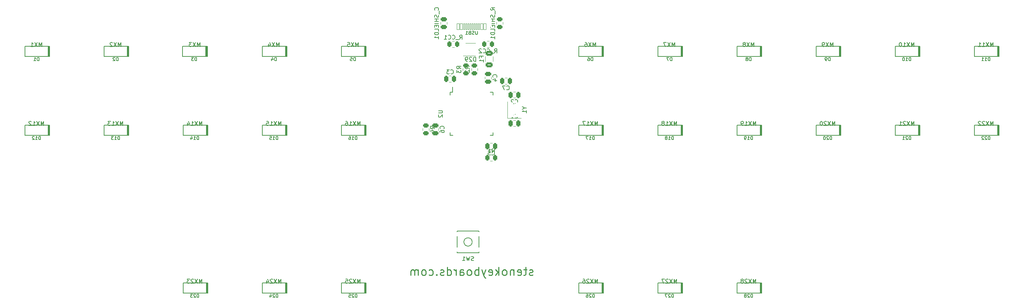
<source format=gbo>
G04 #@! TF.GenerationSoftware,KiCad,Pcbnew,(5.99.0-10014-g15e640b5fe)*
G04 #@! TF.CreationDate,2021-03-28T13:55:16-07:00*
G04 #@! TF.ProjectId,unisplit_orthosteno,756e6973-706c-4697-945f-6f7274686f73,rev?*
G04 #@! TF.SameCoordinates,Original*
G04 #@! TF.FileFunction,Legend,Bot*
G04 #@! TF.FilePolarity,Positive*
%FSLAX46Y46*%
G04 Gerber Fmt 4.6, Leading zero omitted, Abs format (unit mm)*
G04 Created by KiCad (PCBNEW (5.99.0-10014-g15e640b5fe)) date 2021-03-28 13:55:16*
%MOMM*%
%LPD*%
G01*
G04 APERTURE LIST*
G04 Aperture macros list*
%AMRoundRect*
0 Rectangle with rounded corners*
0 $1 Rounding radius*
0 $2 $3 $4 $5 $6 $7 $8 $9 X,Y pos of 4 corners*
0 Add a 4 corners polygon primitive as box body*
4,1,4,$2,$3,$4,$5,$6,$7,$8,$9,$2,$3,0*
0 Add four circle primitives for the rounded corners*
1,1,$1+$1,$2,$3*
1,1,$1+$1,$4,$5*
1,1,$1+$1,$6,$7*
1,1,$1+$1,$8,$9*
0 Add four rect primitives between the rounded corners*
20,1,$1+$1,$2,$3,$4,$5,0*
20,1,$1+$1,$4,$5,$6,$7,0*
20,1,$1+$1,$6,$7,$8,$9,0*
20,1,$1+$1,$8,$9,$2,$3,0*%
%AMHorizOval*
0 Thick line with rounded ends*
0 $1 width*
0 $2 $3 position (X,Y) of the first rounded end (center of the circle)*
0 $4 $5 position (X,Y) of the second rounded end (center of the circle)*
0 Add line between two ends*
20,1,$1,$2,$3,$4,$5,0*
0 Add two circle primitives to create the rounded ends*
1,1,$1,$2,$3*
1,1,$1,$4,$5*%
G04 Aperture macros list end*
%ADD10C,0.250000*%
%ADD11C,0.150000*%
%ADD12C,0.200000*%
%ADD13C,0.120000*%
%ADD14C,1.700000*%
%ADD15C,1.750000*%
%ADD16C,1.200000*%
%ADD17C,3.987800*%
%ADD18HorizOval,2.250000X0.019771X0.290016X-0.019771X-0.290016X0*%
%ADD19C,2.000000*%
%ADD20C,2.250000*%
%ADD21HorizOval,2.250000X0.654995X0.730004X-0.654995X-0.730004X0*%
%ADD22C,2.200000*%
%ADD23R,1.200000X1.400000*%
%ADD24RoundRect,0.250000X-0.250000X-0.475000X0.250000X-0.475000X0.250000X0.475000X-0.250000X0.475000X0*%
%ADD25RoundRect,0.250000X0.262500X0.450000X-0.262500X0.450000X-0.262500X-0.450000X0.262500X-0.450000X0*%
%ADD26R,1.800000X1.100000*%
%ADD27RoundRect,0.250000X-0.450000X0.262500X-0.450000X-0.262500X0.450000X-0.262500X0.450000X0.262500X0*%
%ADD28C,0.750000*%
%ADD29RoundRect,0.050000X-0.300000X-0.725000X0.300000X-0.725000X0.300000X0.725000X-0.300000X0.725000X0*%
%ADD30RoundRect,0.050000X-0.150000X-0.725000X0.150000X-0.725000X0.150000X0.725000X-0.150000X0.725000X0*%
%ADD31O,1.100000X2.200000*%
%ADD32O,1.100000X1.700000*%
%ADD33RoundRect,0.250000X0.450000X-0.262500X0.450000X0.262500X-0.450000X0.262500X-0.450000X-0.262500X0*%
%ADD34RoundRect,0.250000X0.250000X0.475000X-0.250000X0.475000X-0.250000X-0.475000X0.250000X-0.475000X0*%
%ADD35R,0.550000X1.500000*%
%ADD36R,1.500000X0.550000*%
%ADD37RoundRect,0.250000X-0.262500X-0.450000X0.262500X-0.450000X0.262500X0.450000X-0.262500X0.450000X0*%
%ADD38RoundRect,0.250000X-0.475000X0.250000X-0.475000X-0.250000X0.475000X-0.250000X0.475000X0.250000X0*%
%ADD39RoundRect,0.250000X0.475000X-0.250000X0.475000X0.250000X-0.475000X0.250000X-0.475000X-0.250000X0*%
%ADD40RoundRect,0.250000X-0.625000X0.375000X-0.625000X-0.375000X0.625000X-0.375000X0.625000X0.375000X0*%
%ADD41R,1.400000X1.200000*%
%ADD42R,1.400000X1.000000*%
G04 APERTURE END LIST*
D10*
X156795535Y-128603273D02*
X156605059Y-128698511D01*
X156224107Y-128698511D01*
X156033630Y-128603273D01*
X155938392Y-128412797D01*
X155938392Y-128317559D01*
X156033630Y-128127083D01*
X156224107Y-128031845D01*
X156509821Y-128031845D01*
X156700297Y-127936607D01*
X156795535Y-127746130D01*
X156795535Y-127650892D01*
X156700297Y-127460416D01*
X156509821Y-127365178D01*
X156224107Y-127365178D01*
X156033630Y-127460416D01*
X155366964Y-127365178D02*
X154605059Y-127365178D01*
X155081250Y-126698511D02*
X155081250Y-128412797D01*
X154986011Y-128603273D01*
X154795535Y-128698511D01*
X154605059Y-128698511D01*
X153176488Y-128603273D02*
X153366964Y-128698511D01*
X153747916Y-128698511D01*
X153938392Y-128603273D01*
X154033630Y-128412797D01*
X154033630Y-127650892D01*
X153938392Y-127460416D01*
X153747916Y-127365178D01*
X153366964Y-127365178D01*
X153176488Y-127460416D01*
X153081250Y-127650892D01*
X153081250Y-127841369D01*
X154033630Y-128031845D01*
X152224107Y-127365178D02*
X152224107Y-128698511D01*
X152224107Y-127555654D02*
X152128869Y-127460416D01*
X151938392Y-127365178D01*
X151652678Y-127365178D01*
X151462202Y-127460416D01*
X151366964Y-127650892D01*
X151366964Y-128698511D01*
X150128869Y-128698511D02*
X150319345Y-128603273D01*
X150414583Y-128508035D01*
X150509821Y-128317559D01*
X150509821Y-127746130D01*
X150414583Y-127555654D01*
X150319345Y-127460416D01*
X150128869Y-127365178D01*
X149843154Y-127365178D01*
X149652678Y-127460416D01*
X149557440Y-127555654D01*
X149462202Y-127746130D01*
X149462202Y-128317559D01*
X149557440Y-128508035D01*
X149652678Y-128603273D01*
X149843154Y-128698511D01*
X150128869Y-128698511D01*
X148605059Y-128698511D02*
X148605059Y-126698511D01*
X148414583Y-127936607D02*
X147843154Y-128698511D01*
X147843154Y-127365178D02*
X148605059Y-128127083D01*
X146224107Y-128603273D02*
X146414583Y-128698511D01*
X146795535Y-128698511D01*
X146986011Y-128603273D01*
X147081250Y-128412797D01*
X147081250Y-127650892D01*
X146986011Y-127460416D01*
X146795535Y-127365178D01*
X146414583Y-127365178D01*
X146224107Y-127460416D01*
X146128869Y-127650892D01*
X146128869Y-127841369D01*
X147081250Y-128031845D01*
X145462202Y-127365178D02*
X144986011Y-128698511D01*
X144509821Y-127365178D02*
X144986011Y-128698511D01*
X145176488Y-129174702D01*
X145271726Y-129269940D01*
X145462202Y-129365178D01*
X143747916Y-128698511D02*
X143747916Y-126698511D01*
X143747916Y-127460416D02*
X143557440Y-127365178D01*
X143176488Y-127365178D01*
X142986011Y-127460416D01*
X142890773Y-127555654D01*
X142795535Y-127746130D01*
X142795535Y-128317559D01*
X142890773Y-128508035D01*
X142986011Y-128603273D01*
X143176488Y-128698511D01*
X143557440Y-128698511D01*
X143747916Y-128603273D01*
X141652678Y-128698511D02*
X141843154Y-128603273D01*
X141938392Y-128508035D01*
X142033630Y-128317559D01*
X142033630Y-127746130D01*
X141938392Y-127555654D01*
X141843154Y-127460416D01*
X141652678Y-127365178D01*
X141366964Y-127365178D01*
X141176488Y-127460416D01*
X141081250Y-127555654D01*
X140986011Y-127746130D01*
X140986011Y-128317559D01*
X141081250Y-128508035D01*
X141176488Y-128603273D01*
X141366964Y-128698511D01*
X141652678Y-128698511D01*
X139271726Y-128698511D02*
X139271726Y-127650892D01*
X139366964Y-127460416D01*
X139557440Y-127365178D01*
X139938392Y-127365178D01*
X140128869Y-127460416D01*
X139271726Y-128603273D02*
X139462202Y-128698511D01*
X139938392Y-128698511D01*
X140128869Y-128603273D01*
X140224107Y-128412797D01*
X140224107Y-128222321D01*
X140128869Y-128031845D01*
X139938392Y-127936607D01*
X139462202Y-127936607D01*
X139271726Y-127841369D01*
X138319345Y-128698511D02*
X138319345Y-127365178D01*
X138319345Y-127746130D02*
X138224107Y-127555654D01*
X138128869Y-127460416D01*
X137938392Y-127365178D01*
X137747916Y-127365178D01*
X136224107Y-128698511D02*
X136224107Y-126698511D01*
X136224107Y-128603273D02*
X136414583Y-128698511D01*
X136795535Y-128698511D01*
X136986011Y-128603273D01*
X137081250Y-128508035D01*
X137176488Y-128317559D01*
X137176488Y-127746130D01*
X137081250Y-127555654D01*
X136986011Y-127460416D01*
X136795535Y-127365178D01*
X136414583Y-127365178D01*
X136224107Y-127460416D01*
X135366964Y-128603273D02*
X135176488Y-128698511D01*
X134795535Y-128698511D01*
X134605059Y-128603273D01*
X134509821Y-128412797D01*
X134509821Y-128317559D01*
X134605059Y-128127083D01*
X134795535Y-128031845D01*
X135081250Y-128031845D01*
X135271726Y-127936607D01*
X135366964Y-127746130D01*
X135366964Y-127650892D01*
X135271726Y-127460416D01*
X135081250Y-127365178D01*
X134795535Y-127365178D01*
X134605059Y-127460416D01*
X133652678Y-128508035D02*
X133557440Y-128603273D01*
X133652678Y-128698511D01*
X133747916Y-128603273D01*
X133652678Y-128508035D01*
X133652678Y-128698511D01*
X131843154Y-128603273D02*
X132033630Y-128698511D01*
X132414583Y-128698511D01*
X132605059Y-128603273D01*
X132700297Y-128508035D01*
X132795535Y-128317559D01*
X132795535Y-127746130D01*
X132700297Y-127555654D01*
X132605059Y-127460416D01*
X132414583Y-127365178D01*
X132033630Y-127365178D01*
X131843154Y-127460416D01*
X130700297Y-128698511D02*
X130890773Y-128603273D01*
X130986011Y-128508035D01*
X131081250Y-128317559D01*
X131081250Y-127746130D01*
X130986011Y-127555654D01*
X130890773Y-127460416D01*
X130700297Y-127365178D01*
X130414583Y-127365178D01*
X130224107Y-127460416D01*
X130128869Y-127555654D01*
X130033630Y-127746130D01*
X130033630Y-128317559D01*
X130128869Y-128508035D01*
X130224107Y-128603273D01*
X130414583Y-128698511D01*
X130700297Y-128698511D01*
X129176488Y-128698511D02*
X129176488Y-127365178D01*
X129176488Y-127555654D02*
X129081250Y-127460416D01*
X128890773Y-127365178D01*
X128605059Y-127365178D01*
X128414583Y-127460416D01*
X128319345Y-127650892D01*
X128319345Y-128698511D01*
X128319345Y-127650892D02*
X128224107Y-127460416D01*
X128033630Y-127365178D01*
X127747916Y-127365178D01*
X127557440Y-127460416D01*
X127462202Y-127650892D01*
X127462202Y-128698511D01*
D11*
X38591964Y-73477380D02*
X38591964Y-72477380D01*
X38258630Y-73191666D01*
X37925297Y-72477380D01*
X37925297Y-73477380D01*
X37544345Y-72477380D02*
X36877678Y-73477380D01*
X36877678Y-72477380D02*
X37544345Y-73477380D01*
X35972916Y-73477380D02*
X36544345Y-73477380D01*
X36258630Y-73477380D02*
X36258630Y-72477380D01*
X36353869Y-72620238D01*
X36449107Y-72715476D01*
X36544345Y-72763095D01*
X57641964Y-73477380D02*
X57641964Y-72477380D01*
X57308630Y-73191666D01*
X56975297Y-72477380D01*
X56975297Y-73477380D01*
X56594345Y-72477380D02*
X55927678Y-73477380D01*
X55927678Y-72477380D02*
X56594345Y-73477380D01*
X55594345Y-72572619D02*
X55546726Y-72525000D01*
X55451488Y-72477380D01*
X55213392Y-72477380D01*
X55118154Y-72525000D01*
X55070535Y-72572619D01*
X55022916Y-72667857D01*
X55022916Y-72763095D01*
X55070535Y-72905952D01*
X55641964Y-73477380D01*
X55022916Y-73477380D01*
X76691964Y-73477380D02*
X76691964Y-72477380D01*
X76358630Y-73191666D01*
X76025297Y-72477380D01*
X76025297Y-73477380D01*
X75644345Y-72477380D02*
X74977678Y-73477380D01*
X74977678Y-72477380D02*
X75644345Y-73477380D01*
X74691964Y-72477380D02*
X74072916Y-72477380D01*
X74406250Y-72858333D01*
X74263392Y-72858333D01*
X74168154Y-72905952D01*
X74120535Y-72953571D01*
X74072916Y-73048809D01*
X74072916Y-73286904D01*
X74120535Y-73382142D01*
X74168154Y-73429761D01*
X74263392Y-73477380D01*
X74549107Y-73477380D01*
X74644345Y-73429761D01*
X74691964Y-73382142D01*
X95741964Y-73477380D02*
X95741964Y-72477380D01*
X95408630Y-73191666D01*
X95075297Y-72477380D01*
X95075297Y-73477380D01*
X94694345Y-72477380D02*
X94027678Y-73477380D01*
X94027678Y-72477380D02*
X94694345Y-73477380D01*
X93218154Y-72810714D02*
X93218154Y-73477380D01*
X93456250Y-72429761D02*
X93694345Y-73144047D01*
X93075297Y-73144047D01*
X114791964Y-73477380D02*
X114791964Y-72477380D01*
X114458630Y-73191666D01*
X114125297Y-72477380D01*
X114125297Y-73477380D01*
X113744345Y-72477380D02*
X113077678Y-73477380D01*
X113077678Y-72477380D02*
X113744345Y-73477380D01*
X112220535Y-72477380D02*
X112696726Y-72477380D01*
X112744345Y-72953571D01*
X112696726Y-72905952D01*
X112601488Y-72858333D01*
X112363392Y-72858333D01*
X112268154Y-72905952D01*
X112220535Y-72953571D01*
X112172916Y-73048809D01*
X112172916Y-73286904D01*
X112220535Y-73382142D01*
X112268154Y-73429761D01*
X112363392Y-73477380D01*
X112601488Y-73477380D01*
X112696726Y-73429761D01*
X112744345Y-73382142D01*
X171941964Y-73477380D02*
X171941964Y-72477380D01*
X171608630Y-73191666D01*
X171275297Y-72477380D01*
X171275297Y-73477380D01*
X170894345Y-72477380D02*
X170227678Y-73477380D01*
X170227678Y-72477380D02*
X170894345Y-73477380D01*
X169418154Y-72477380D02*
X169608630Y-72477380D01*
X169703869Y-72525000D01*
X169751488Y-72572619D01*
X169846726Y-72715476D01*
X169894345Y-72905952D01*
X169894345Y-73286904D01*
X169846726Y-73382142D01*
X169799107Y-73429761D01*
X169703869Y-73477380D01*
X169513392Y-73477380D01*
X169418154Y-73429761D01*
X169370535Y-73382142D01*
X169322916Y-73286904D01*
X169322916Y-73048809D01*
X169370535Y-72953571D01*
X169418154Y-72905952D01*
X169513392Y-72858333D01*
X169703869Y-72858333D01*
X169799107Y-72905952D01*
X169846726Y-72953571D01*
X169894345Y-73048809D01*
X190991964Y-73477380D02*
X190991964Y-72477380D01*
X190658630Y-73191666D01*
X190325297Y-72477380D01*
X190325297Y-73477380D01*
X189944345Y-72477380D02*
X189277678Y-73477380D01*
X189277678Y-72477380D02*
X189944345Y-73477380D01*
X188991964Y-72477380D02*
X188325297Y-72477380D01*
X188753869Y-73477380D01*
X210041964Y-73477380D02*
X210041964Y-72477380D01*
X209708630Y-73191666D01*
X209375297Y-72477380D01*
X209375297Y-73477380D01*
X208994345Y-72477380D02*
X208327678Y-73477380D01*
X208327678Y-72477380D02*
X208994345Y-73477380D01*
X207803869Y-72905952D02*
X207899107Y-72858333D01*
X207946726Y-72810714D01*
X207994345Y-72715476D01*
X207994345Y-72667857D01*
X207946726Y-72572619D01*
X207899107Y-72525000D01*
X207803869Y-72477380D01*
X207613392Y-72477380D01*
X207518154Y-72525000D01*
X207470535Y-72572619D01*
X207422916Y-72667857D01*
X207422916Y-72715476D01*
X207470535Y-72810714D01*
X207518154Y-72858333D01*
X207613392Y-72905952D01*
X207803869Y-72905952D01*
X207899107Y-72953571D01*
X207946726Y-73001190D01*
X207994345Y-73096428D01*
X207994345Y-73286904D01*
X207946726Y-73382142D01*
X207899107Y-73429761D01*
X207803869Y-73477380D01*
X207613392Y-73477380D01*
X207518154Y-73429761D01*
X207470535Y-73382142D01*
X207422916Y-73286904D01*
X207422916Y-73096428D01*
X207470535Y-73001190D01*
X207518154Y-72953571D01*
X207613392Y-72905952D01*
X229091964Y-73477380D02*
X229091964Y-72477380D01*
X228758630Y-73191666D01*
X228425297Y-72477380D01*
X228425297Y-73477380D01*
X228044345Y-72477380D02*
X227377678Y-73477380D01*
X227377678Y-72477380D02*
X228044345Y-73477380D01*
X226949107Y-73477380D02*
X226758630Y-73477380D01*
X226663392Y-73429761D01*
X226615773Y-73382142D01*
X226520535Y-73239285D01*
X226472916Y-73048809D01*
X226472916Y-72667857D01*
X226520535Y-72572619D01*
X226568154Y-72525000D01*
X226663392Y-72477380D01*
X226853869Y-72477380D01*
X226949107Y-72525000D01*
X226996726Y-72572619D01*
X227044345Y-72667857D01*
X227044345Y-72905952D01*
X226996726Y-73001190D01*
X226949107Y-73048809D01*
X226853869Y-73096428D01*
X226663392Y-73096428D01*
X226568154Y-73048809D01*
X226520535Y-73001190D01*
X226472916Y-72905952D01*
X248618154Y-73477380D02*
X248618154Y-72477380D01*
X248284821Y-73191666D01*
X247951488Y-72477380D01*
X247951488Y-73477380D01*
X247570535Y-72477380D02*
X246903869Y-73477380D01*
X246903869Y-72477380D02*
X247570535Y-73477380D01*
X245999107Y-73477380D02*
X246570535Y-73477380D01*
X246284821Y-73477380D02*
X246284821Y-72477380D01*
X246380059Y-72620238D01*
X246475297Y-72715476D01*
X246570535Y-72763095D01*
X245380059Y-72477380D02*
X245284821Y-72477380D01*
X245189583Y-72525000D01*
X245141964Y-72572619D01*
X245094345Y-72667857D01*
X245046726Y-72858333D01*
X245046726Y-73096428D01*
X245094345Y-73286904D01*
X245141964Y-73382142D01*
X245189583Y-73429761D01*
X245284821Y-73477380D01*
X245380059Y-73477380D01*
X245475297Y-73429761D01*
X245522916Y-73382142D01*
X245570535Y-73286904D01*
X245618154Y-73096428D01*
X245618154Y-72858333D01*
X245570535Y-72667857D01*
X245522916Y-72572619D01*
X245475297Y-72525000D01*
X245380059Y-72477380D01*
X267668154Y-73477380D02*
X267668154Y-72477380D01*
X267334821Y-73191666D01*
X267001488Y-72477380D01*
X267001488Y-73477380D01*
X266620535Y-72477380D02*
X265953869Y-73477380D01*
X265953869Y-72477380D02*
X266620535Y-73477380D01*
X265049107Y-73477380D02*
X265620535Y-73477380D01*
X265334821Y-73477380D02*
X265334821Y-72477380D01*
X265430059Y-72620238D01*
X265525297Y-72715476D01*
X265620535Y-72763095D01*
X264096726Y-73477380D02*
X264668154Y-73477380D01*
X264382440Y-73477380D02*
X264382440Y-72477380D01*
X264477678Y-72620238D01*
X264572916Y-72715476D01*
X264668154Y-72763095D01*
X39068154Y-92527380D02*
X39068154Y-91527380D01*
X38734821Y-92241666D01*
X38401488Y-91527380D01*
X38401488Y-92527380D01*
X38020535Y-91527380D02*
X37353869Y-92527380D01*
X37353869Y-91527380D02*
X38020535Y-92527380D01*
X36449107Y-92527380D02*
X37020535Y-92527380D01*
X36734821Y-92527380D02*
X36734821Y-91527380D01*
X36830059Y-91670238D01*
X36925297Y-91765476D01*
X37020535Y-91813095D01*
X36068154Y-91622619D02*
X36020535Y-91575000D01*
X35925297Y-91527380D01*
X35687202Y-91527380D01*
X35591964Y-91575000D01*
X35544345Y-91622619D01*
X35496726Y-91717857D01*
X35496726Y-91813095D01*
X35544345Y-91955952D01*
X36115773Y-92527380D01*
X35496726Y-92527380D01*
X58118154Y-92527380D02*
X58118154Y-91527380D01*
X57784821Y-92241666D01*
X57451488Y-91527380D01*
X57451488Y-92527380D01*
X57070535Y-91527380D02*
X56403869Y-92527380D01*
X56403869Y-91527380D02*
X57070535Y-92527380D01*
X55499107Y-92527380D02*
X56070535Y-92527380D01*
X55784821Y-92527380D02*
X55784821Y-91527380D01*
X55880059Y-91670238D01*
X55975297Y-91765476D01*
X56070535Y-91813095D01*
X55165773Y-91527380D02*
X54546726Y-91527380D01*
X54880059Y-91908333D01*
X54737202Y-91908333D01*
X54641964Y-91955952D01*
X54594345Y-92003571D01*
X54546726Y-92098809D01*
X54546726Y-92336904D01*
X54594345Y-92432142D01*
X54641964Y-92479761D01*
X54737202Y-92527380D01*
X55022916Y-92527380D01*
X55118154Y-92479761D01*
X55165773Y-92432142D01*
X77168154Y-92527380D02*
X77168154Y-91527380D01*
X76834821Y-92241666D01*
X76501488Y-91527380D01*
X76501488Y-92527380D01*
X76120535Y-91527380D02*
X75453869Y-92527380D01*
X75453869Y-91527380D02*
X76120535Y-92527380D01*
X74549107Y-92527380D02*
X75120535Y-92527380D01*
X74834821Y-92527380D02*
X74834821Y-91527380D01*
X74930059Y-91670238D01*
X75025297Y-91765476D01*
X75120535Y-91813095D01*
X73691964Y-91860714D02*
X73691964Y-92527380D01*
X73930059Y-91479761D02*
X74168154Y-92194047D01*
X73549107Y-92194047D01*
X96218154Y-92527380D02*
X96218154Y-91527380D01*
X95884821Y-92241666D01*
X95551488Y-91527380D01*
X95551488Y-92527380D01*
X95170535Y-91527380D02*
X94503869Y-92527380D01*
X94503869Y-91527380D02*
X95170535Y-92527380D01*
X93599107Y-92527380D02*
X94170535Y-92527380D01*
X93884821Y-92527380D02*
X93884821Y-91527380D01*
X93980059Y-91670238D01*
X94075297Y-91765476D01*
X94170535Y-91813095D01*
X92694345Y-91527380D02*
X93170535Y-91527380D01*
X93218154Y-92003571D01*
X93170535Y-91955952D01*
X93075297Y-91908333D01*
X92837202Y-91908333D01*
X92741964Y-91955952D01*
X92694345Y-92003571D01*
X92646726Y-92098809D01*
X92646726Y-92336904D01*
X92694345Y-92432142D01*
X92741964Y-92479761D01*
X92837202Y-92527380D01*
X93075297Y-92527380D01*
X93170535Y-92479761D01*
X93218154Y-92432142D01*
X115268154Y-92527380D02*
X115268154Y-91527380D01*
X114934821Y-92241666D01*
X114601488Y-91527380D01*
X114601488Y-92527380D01*
X114220535Y-91527380D02*
X113553869Y-92527380D01*
X113553869Y-91527380D02*
X114220535Y-92527380D01*
X112649107Y-92527380D02*
X113220535Y-92527380D01*
X112934821Y-92527380D02*
X112934821Y-91527380D01*
X113030059Y-91670238D01*
X113125297Y-91765476D01*
X113220535Y-91813095D01*
X111791964Y-91527380D02*
X111982440Y-91527380D01*
X112077678Y-91575000D01*
X112125297Y-91622619D01*
X112220535Y-91765476D01*
X112268154Y-91955952D01*
X112268154Y-92336904D01*
X112220535Y-92432142D01*
X112172916Y-92479761D01*
X112077678Y-92527380D01*
X111887202Y-92527380D01*
X111791964Y-92479761D01*
X111744345Y-92432142D01*
X111696726Y-92336904D01*
X111696726Y-92098809D01*
X111744345Y-92003571D01*
X111791964Y-91955952D01*
X111887202Y-91908333D01*
X112077678Y-91908333D01*
X112172916Y-91955952D01*
X112220535Y-92003571D01*
X112268154Y-92098809D01*
X172418154Y-92527380D02*
X172418154Y-91527380D01*
X172084821Y-92241666D01*
X171751488Y-91527380D01*
X171751488Y-92527380D01*
X171370535Y-91527380D02*
X170703869Y-92527380D01*
X170703869Y-91527380D02*
X171370535Y-92527380D01*
X169799107Y-92527380D02*
X170370535Y-92527380D01*
X170084821Y-92527380D02*
X170084821Y-91527380D01*
X170180059Y-91670238D01*
X170275297Y-91765476D01*
X170370535Y-91813095D01*
X169465773Y-91527380D02*
X168799107Y-91527380D01*
X169227678Y-92527380D01*
X191468154Y-92527380D02*
X191468154Y-91527380D01*
X191134821Y-92241666D01*
X190801488Y-91527380D01*
X190801488Y-92527380D01*
X190420535Y-91527380D02*
X189753869Y-92527380D01*
X189753869Y-91527380D02*
X190420535Y-92527380D01*
X188849107Y-92527380D02*
X189420535Y-92527380D01*
X189134821Y-92527380D02*
X189134821Y-91527380D01*
X189230059Y-91670238D01*
X189325297Y-91765476D01*
X189420535Y-91813095D01*
X188277678Y-91955952D02*
X188372916Y-91908333D01*
X188420535Y-91860714D01*
X188468154Y-91765476D01*
X188468154Y-91717857D01*
X188420535Y-91622619D01*
X188372916Y-91575000D01*
X188277678Y-91527380D01*
X188087202Y-91527380D01*
X187991964Y-91575000D01*
X187944345Y-91622619D01*
X187896726Y-91717857D01*
X187896726Y-91765476D01*
X187944345Y-91860714D01*
X187991964Y-91908333D01*
X188087202Y-91955952D01*
X188277678Y-91955952D01*
X188372916Y-92003571D01*
X188420535Y-92051190D01*
X188468154Y-92146428D01*
X188468154Y-92336904D01*
X188420535Y-92432142D01*
X188372916Y-92479761D01*
X188277678Y-92527380D01*
X188087202Y-92527380D01*
X187991964Y-92479761D01*
X187944345Y-92432142D01*
X187896726Y-92336904D01*
X187896726Y-92146428D01*
X187944345Y-92051190D01*
X187991964Y-92003571D01*
X188087202Y-91955952D01*
X210518154Y-92527380D02*
X210518154Y-91527380D01*
X210184821Y-92241666D01*
X209851488Y-91527380D01*
X209851488Y-92527380D01*
X209470535Y-91527380D02*
X208803869Y-92527380D01*
X208803869Y-91527380D02*
X209470535Y-92527380D01*
X207899107Y-92527380D02*
X208470535Y-92527380D01*
X208184821Y-92527380D02*
X208184821Y-91527380D01*
X208280059Y-91670238D01*
X208375297Y-91765476D01*
X208470535Y-91813095D01*
X207422916Y-92527380D02*
X207232440Y-92527380D01*
X207137202Y-92479761D01*
X207089583Y-92432142D01*
X206994345Y-92289285D01*
X206946726Y-92098809D01*
X206946726Y-91717857D01*
X206994345Y-91622619D01*
X207041964Y-91575000D01*
X207137202Y-91527380D01*
X207327678Y-91527380D01*
X207422916Y-91575000D01*
X207470535Y-91622619D01*
X207518154Y-91717857D01*
X207518154Y-91955952D01*
X207470535Y-92051190D01*
X207422916Y-92098809D01*
X207327678Y-92146428D01*
X207137202Y-92146428D01*
X207041964Y-92098809D01*
X206994345Y-92051190D01*
X206946726Y-91955952D01*
X229568154Y-92527380D02*
X229568154Y-91527380D01*
X229234821Y-92241666D01*
X228901488Y-91527380D01*
X228901488Y-92527380D01*
X228520535Y-91527380D02*
X227853869Y-92527380D01*
X227853869Y-91527380D02*
X228520535Y-92527380D01*
X227520535Y-91622619D02*
X227472916Y-91575000D01*
X227377678Y-91527380D01*
X227139583Y-91527380D01*
X227044345Y-91575000D01*
X226996726Y-91622619D01*
X226949107Y-91717857D01*
X226949107Y-91813095D01*
X226996726Y-91955952D01*
X227568154Y-92527380D01*
X226949107Y-92527380D01*
X226330059Y-91527380D02*
X226234821Y-91527380D01*
X226139583Y-91575000D01*
X226091964Y-91622619D01*
X226044345Y-91717857D01*
X225996726Y-91908333D01*
X225996726Y-92146428D01*
X226044345Y-92336904D01*
X226091964Y-92432142D01*
X226139583Y-92479761D01*
X226234821Y-92527380D01*
X226330059Y-92527380D01*
X226425297Y-92479761D01*
X226472916Y-92432142D01*
X226520535Y-92336904D01*
X226568154Y-92146428D01*
X226568154Y-91908333D01*
X226520535Y-91717857D01*
X226472916Y-91622619D01*
X226425297Y-91575000D01*
X226330059Y-91527380D01*
X248618154Y-92527380D02*
X248618154Y-91527380D01*
X248284821Y-92241666D01*
X247951488Y-91527380D01*
X247951488Y-92527380D01*
X247570535Y-91527380D02*
X246903869Y-92527380D01*
X246903869Y-91527380D02*
X247570535Y-92527380D01*
X246570535Y-91622619D02*
X246522916Y-91575000D01*
X246427678Y-91527380D01*
X246189583Y-91527380D01*
X246094345Y-91575000D01*
X246046726Y-91622619D01*
X245999107Y-91717857D01*
X245999107Y-91813095D01*
X246046726Y-91955952D01*
X246618154Y-92527380D01*
X245999107Y-92527380D01*
X245046726Y-92527380D02*
X245618154Y-92527380D01*
X245332440Y-92527380D02*
X245332440Y-91527380D01*
X245427678Y-91670238D01*
X245522916Y-91765476D01*
X245618154Y-91813095D01*
X267668154Y-92527380D02*
X267668154Y-91527380D01*
X267334821Y-92241666D01*
X267001488Y-91527380D01*
X267001488Y-92527380D01*
X266620535Y-91527380D02*
X265953869Y-92527380D01*
X265953869Y-91527380D02*
X266620535Y-92527380D01*
X265620535Y-91622619D02*
X265572916Y-91575000D01*
X265477678Y-91527380D01*
X265239583Y-91527380D01*
X265144345Y-91575000D01*
X265096726Y-91622619D01*
X265049107Y-91717857D01*
X265049107Y-91813095D01*
X265096726Y-91955952D01*
X265668154Y-92527380D01*
X265049107Y-92527380D01*
X264668154Y-91622619D02*
X264620535Y-91575000D01*
X264525297Y-91527380D01*
X264287202Y-91527380D01*
X264191964Y-91575000D01*
X264144345Y-91622619D01*
X264096726Y-91717857D01*
X264096726Y-91813095D01*
X264144345Y-91955952D01*
X264715773Y-92527380D01*
X264096726Y-92527380D01*
X77168154Y-130627380D02*
X77168154Y-129627380D01*
X76834821Y-130341666D01*
X76501488Y-129627380D01*
X76501488Y-130627380D01*
X76120535Y-129627380D02*
X75453869Y-130627380D01*
X75453869Y-129627380D02*
X76120535Y-130627380D01*
X75120535Y-129722619D02*
X75072916Y-129675000D01*
X74977678Y-129627380D01*
X74739583Y-129627380D01*
X74644345Y-129675000D01*
X74596726Y-129722619D01*
X74549107Y-129817857D01*
X74549107Y-129913095D01*
X74596726Y-130055952D01*
X75168154Y-130627380D01*
X74549107Y-130627380D01*
X74215773Y-129627380D02*
X73596726Y-129627380D01*
X73930059Y-130008333D01*
X73787202Y-130008333D01*
X73691964Y-130055952D01*
X73644345Y-130103571D01*
X73596726Y-130198809D01*
X73596726Y-130436904D01*
X73644345Y-130532142D01*
X73691964Y-130579761D01*
X73787202Y-130627380D01*
X74072916Y-130627380D01*
X74168154Y-130579761D01*
X74215773Y-130532142D01*
X96218154Y-130627380D02*
X96218154Y-129627380D01*
X95884821Y-130341666D01*
X95551488Y-129627380D01*
X95551488Y-130627380D01*
X95170535Y-129627380D02*
X94503869Y-130627380D01*
X94503869Y-129627380D02*
X95170535Y-130627380D01*
X94170535Y-129722619D02*
X94122916Y-129675000D01*
X94027678Y-129627380D01*
X93789583Y-129627380D01*
X93694345Y-129675000D01*
X93646726Y-129722619D01*
X93599107Y-129817857D01*
X93599107Y-129913095D01*
X93646726Y-130055952D01*
X94218154Y-130627380D01*
X93599107Y-130627380D01*
X92741964Y-129960714D02*
X92741964Y-130627380D01*
X92980059Y-129579761D02*
X93218154Y-130294047D01*
X92599107Y-130294047D01*
X172418154Y-130627380D02*
X172418154Y-129627380D01*
X172084821Y-130341666D01*
X171751488Y-129627380D01*
X171751488Y-130627380D01*
X171370535Y-129627380D02*
X170703869Y-130627380D01*
X170703869Y-129627380D02*
X171370535Y-130627380D01*
X170370535Y-129722619D02*
X170322916Y-129675000D01*
X170227678Y-129627380D01*
X169989583Y-129627380D01*
X169894345Y-129675000D01*
X169846726Y-129722619D01*
X169799107Y-129817857D01*
X169799107Y-129913095D01*
X169846726Y-130055952D01*
X170418154Y-130627380D01*
X169799107Y-130627380D01*
X168941964Y-129627380D02*
X169132440Y-129627380D01*
X169227678Y-129675000D01*
X169275297Y-129722619D01*
X169370535Y-129865476D01*
X169418154Y-130055952D01*
X169418154Y-130436904D01*
X169370535Y-130532142D01*
X169322916Y-130579761D01*
X169227678Y-130627380D01*
X169037202Y-130627380D01*
X168941964Y-130579761D01*
X168894345Y-130532142D01*
X168846726Y-130436904D01*
X168846726Y-130198809D01*
X168894345Y-130103571D01*
X168941964Y-130055952D01*
X169037202Y-130008333D01*
X169227678Y-130008333D01*
X169322916Y-130055952D01*
X169370535Y-130103571D01*
X169418154Y-130198809D01*
X191468154Y-130627380D02*
X191468154Y-129627380D01*
X191134821Y-130341666D01*
X190801488Y-129627380D01*
X190801488Y-130627380D01*
X190420535Y-129627380D02*
X189753869Y-130627380D01*
X189753869Y-129627380D02*
X190420535Y-130627380D01*
X189420535Y-129722619D02*
X189372916Y-129675000D01*
X189277678Y-129627380D01*
X189039583Y-129627380D01*
X188944345Y-129675000D01*
X188896726Y-129722619D01*
X188849107Y-129817857D01*
X188849107Y-129913095D01*
X188896726Y-130055952D01*
X189468154Y-130627380D01*
X188849107Y-130627380D01*
X188515773Y-129627380D02*
X187849107Y-129627380D01*
X188277678Y-130627380D01*
X115268154Y-130627380D02*
X115268154Y-129627380D01*
X114934821Y-130341666D01*
X114601488Y-129627380D01*
X114601488Y-130627380D01*
X114220535Y-129627380D02*
X113553869Y-130627380D01*
X113553869Y-129627380D02*
X114220535Y-130627380D01*
X113220535Y-129722619D02*
X113172916Y-129675000D01*
X113077678Y-129627380D01*
X112839583Y-129627380D01*
X112744345Y-129675000D01*
X112696726Y-129722619D01*
X112649107Y-129817857D01*
X112649107Y-129913095D01*
X112696726Y-130055952D01*
X113268154Y-130627380D01*
X112649107Y-130627380D01*
X111744345Y-129627380D02*
X112220535Y-129627380D01*
X112268154Y-130103571D01*
X112220535Y-130055952D01*
X112125297Y-130008333D01*
X111887202Y-130008333D01*
X111791964Y-130055952D01*
X111744345Y-130103571D01*
X111696726Y-130198809D01*
X111696726Y-130436904D01*
X111744345Y-130532142D01*
X111791964Y-130579761D01*
X111887202Y-130627380D01*
X112125297Y-130627380D01*
X112220535Y-130579761D01*
X112268154Y-130532142D01*
X210518154Y-130627380D02*
X210518154Y-129627380D01*
X210184821Y-130341666D01*
X209851488Y-129627380D01*
X209851488Y-130627380D01*
X209470535Y-129627380D02*
X208803869Y-130627380D01*
X208803869Y-129627380D02*
X209470535Y-130627380D01*
X208470535Y-129722619D02*
X208422916Y-129675000D01*
X208327678Y-129627380D01*
X208089583Y-129627380D01*
X207994345Y-129675000D01*
X207946726Y-129722619D01*
X207899107Y-129817857D01*
X207899107Y-129913095D01*
X207946726Y-130055952D01*
X208518154Y-130627380D01*
X207899107Y-130627380D01*
X207327678Y-130055952D02*
X207422916Y-130008333D01*
X207470535Y-129960714D01*
X207518154Y-129865476D01*
X207518154Y-129817857D01*
X207470535Y-129722619D01*
X207422916Y-129675000D01*
X207327678Y-129627380D01*
X207137202Y-129627380D01*
X207041964Y-129675000D01*
X206994345Y-129722619D01*
X206946726Y-129817857D01*
X206946726Y-129865476D01*
X206994345Y-129960714D01*
X207041964Y-130008333D01*
X207137202Y-130055952D01*
X207327678Y-130055952D01*
X207422916Y-130103571D01*
X207470535Y-130151190D01*
X207518154Y-130246428D01*
X207518154Y-130436904D01*
X207470535Y-130532142D01*
X207422916Y-130579761D01*
X207327678Y-130627380D01*
X207137202Y-130627380D01*
X207041964Y-130579761D01*
X206994345Y-130532142D01*
X206946726Y-130436904D01*
X206946726Y-130246428D01*
X206994345Y-130151190D01*
X207041964Y-130103571D01*
X207137202Y-130055952D01*
X37896726Y-76899404D02*
X37896726Y-76099404D01*
X37706250Y-76099404D01*
X37591964Y-76137500D01*
X37515773Y-76213690D01*
X37477678Y-76289880D01*
X37439583Y-76442261D01*
X37439583Y-76556547D01*
X37477678Y-76708928D01*
X37515773Y-76785119D01*
X37591964Y-76861309D01*
X37706250Y-76899404D01*
X37896726Y-76899404D01*
X36677678Y-76899404D02*
X37134821Y-76899404D01*
X36906250Y-76899404D02*
X36906250Y-76099404D01*
X36982440Y-76213690D01*
X37058630Y-76289880D01*
X37134821Y-76327976D01*
X56946726Y-76899404D02*
X56946726Y-76099404D01*
X56756250Y-76099404D01*
X56641964Y-76137500D01*
X56565773Y-76213690D01*
X56527678Y-76289880D01*
X56489583Y-76442261D01*
X56489583Y-76556547D01*
X56527678Y-76708928D01*
X56565773Y-76785119D01*
X56641964Y-76861309D01*
X56756250Y-76899404D01*
X56946726Y-76899404D01*
X56184821Y-76175595D02*
X56146726Y-76137500D01*
X56070535Y-76099404D01*
X55880059Y-76099404D01*
X55803869Y-76137500D01*
X55765773Y-76175595D01*
X55727678Y-76251785D01*
X55727678Y-76327976D01*
X55765773Y-76442261D01*
X56222916Y-76899404D01*
X55727678Y-76899404D01*
X75884226Y-76899404D02*
X75884226Y-76099404D01*
X75693750Y-76099404D01*
X75579464Y-76137500D01*
X75503273Y-76213690D01*
X75465178Y-76289880D01*
X75427083Y-76442261D01*
X75427083Y-76556547D01*
X75465178Y-76708928D01*
X75503273Y-76785119D01*
X75579464Y-76861309D01*
X75693750Y-76899404D01*
X75884226Y-76899404D01*
X75160416Y-76099404D02*
X74665178Y-76099404D01*
X74931845Y-76404166D01*
X74817559Y-76404166D01*
X74741369Y-76442261D01*
X74703273Y-76480357D01*
X74665178Y-76556547D01*
X74665178Y-76747023D01*
X74703273Y-76823214D01*
X74741369Y-76861309D01*
X74817559Y-76899404D01*
X75046130Y-76899404D01*
X75122321Y-76861309D01*
X75160416Y-76823214D01*
X95046726Y-76899404D02*
X95046726Y-76099404D01*
X94856250Y-76099404D01*
X94741964Y-76137500D01*
X94665773Y-76213690D01*
X94627678Y-76289880D01*
X94589583Y-76442261D01*
X94589583Y-76556547D01*
X94627678Y-76708928D01*
X94665773Y-76785119D01*
X94741964Y-76861309D01*
X94856250Y-76899404D01*
X95046726Y-76899404D01*
X93903869Y-76366071D02*
X93903869Y-76899404D01*
X94094345Y-76061309D02*
X94284821Y-76632738D01*
X93789583Y-76632738D01*
X114096726Y-76899404D02*
X114096726Y-76099404D01*
X113906250Y-76099404D01*
X113791964Y-76137500D01*
X113715773Y-76213690D01*
X113677678Y-76289880D01*
X113639583Y-76442261D01*
X113639583Y-76556547D01*
X113677678Y-76708928D01*
X113715773Y-76785119D01*
X113791964Y-76861309D01*
X113906250Y-76899404D01*
X114096726Y-76899404D01*
X112915773Y-76099404D02*
X113296726Y-76099404D01*
X113334821Y-76480357D01*
X113296726Y-76442261D01*
X113220535Y-76404166D01*
X113030059Y-76404166D01*
X112953869Y-76442261D01*
X112915773Y-76480357D01*
X112877678Y-76556547D01*
X112877678Y-76747023D01*
X112915773Y-76823214D01*
X112953869Y-76861309D01*
X113030059Y-76899404D01*
X113220535Y-76899404D01*
X113296726Y-76861309D01*
X113334821Y-76823214D01*
X171246726Y-76899404D02*
X171246726Y-76099404D01*
X171056250Y-76099404D01*
X170941964Y-76137500D01*
X170865773Y-76213690D01*
X170827678Y-76289880D01*
X170789583Y-76442261D01*
X170789583Y-76556547D01*
X170827678Y-76708928D01*
X170865773Y-76785119D01*
X170941964Y-76861309D01*
X171056250Y-76899404D01*
X171246726Y-76899404D01*
X170103869Y-76099404D02*
X170256250Y-76099404D01*
X170332440Y-76137500D01*
X170370535Y-76175595D01*
X170446726Y-76289880D01*
X170484821Y-76442261D01*
X170484821Y-76747023D01*
X170446726Y-76823214D01*
X170408630Y-76861309D01*
X170332440Y-76899404D01*
X170180059Y-76899404D01*
X170103869Y-76861309D01*
X170065773Y-76823214D01*
X170027678Y-76747023D01*
X170027678Y-76556547D01*
X170065773Y-76480357D01*
X170103869Y-76442261D01*
X170180059Y-76404166D01*
X170332440Y-76404166D01*
X170408630Y-76442261D01*
X170446726Y-76480357D01*
X170484821Y-76556547D01*
X190296726Y-76899404D02*
X190296726Y-76099404D01*
X190106250Y-76099404D01*
X189991964Y-76137500D01*
X189915773Y-76213690D01*
X189877678Y-76289880D01*
X189839583Y-76442261D01*
X189839583Y-76556547D01*
X189877678Y-76708928D01*
X189915773Y-76785119D01*
X189991964Y-76861309D01*
X190106250Y-76899404D01*
X190296726Y-76899404D01*
X189572916Y-76099404D02*
X189039583Y-76099404D01*
X189382440Y-76899404D01*
X209346726Y-76899404D02*
X209346726Y-76099404D01*
X209156250Y-76099404D01*
X209041964Y-76137500D01*
X208965773Y-76213690D01*
X208927678Y-76289880D01*
X208889583Y-76442261D01*
X208889583Y-76556547D01*
X208927678Y-76708928D01*
X208965773Y-76785119D01*
X209041964Y-76861309D01*
X209156250Y-76899404D01*
X209346726Y-76899404D01*
X208432440Y-76442261D02*
X208508630Y-76404166D01*
X208546726Y-76366071D01*
X208584821Y-76289880D01*
X208584821Y-76251785D01*
X208546726Y-76175595D01*
X208508630Y-76137500D01*
X208432440Y-76099404D01*
X208280059Y-76099404D01*
X208203869Y-76137500D01*
X208165773Y-76175595D01*
X208127678Y-76251785D01*
X208127678Y-76289880D01*
X208165773Y-76366071D01*
X208203869Y-76404166D01*
X208280059Y-76442261D01*
X208432440Y-76442261D01*
X208508630Y-76480357D01*
X208546726Y-76518452D01*
X208584821Y-76594642D01*
X208584821Y-76747023D01*
X208546726Y-76823214D01*
X208508630Y-76861309D01*
X208432440Y-76899404D01*
X208280059Y-76899404D01*
X208203869Y-76861309D01*
X208165773Y-76823214D01*
X208127678Y-76747023D01*
X208127678Y-76594642D01*
X208165773Y-76518452D01*
X208203869Y-76480357D01*
X208280059Y-76442261D01*
X228396726Y-76899404D02*
X228396726Y-76099404D01*
X228206250Y-76099404D01*
X228091964Y-76137500D01*
X228015773Y-76213690D01*
X227977678Y-76289880D01*
X227939583Y-76442261D01*
X227939583Y-76556547D01*
X227977678Y-76708928D01*
X228015773Y-76785119D01*
X228091964Y-76861309D01*
X228206250Y-76899404D01*
X228396726Y-76899404D01*
X227558630Y-76899404D02*
X227406250Y-76899404D01*
X227330059Y-76861309D01*
X227291964Y-76823214D01*
X227215773Y-76708928D01*
X227177678Y-76556547D01*
X227177678Y-76251785D01*
X227215773Y-76175595D01*
X227253869Y-76137500D01*
X227330059Y-76099404D01*
X227482440Y-76099404D01*
X227558630Y-76137500D01*
X227596726Y-76175595D01*
X227634821Y-76251785D01*
X227634821Y-76442261D01*
X227596726Y-76518452D01*
X227558630Y-76556547D01*
X227482440Y-76594642D01*
X227330059Y-76594642D01*
X227253869Y-76556547D01*
X227215773Y-76518452D01*
X227177678Y-76442261D01*
X247827678Y-76899404D02*
X247827678Y-76099404D01*
X247637202Y-76099404D01*
X247522916Y-76137500D01*
X247446726Y-76213690D01*
X247408630Y-76289880D01*
X247370535Y-76442261D01*
X247370535Y-76556547D01*
X247408630Y-76708928D01*
X247446726Y-76785119D01*
X247522916Y-76861309D01*
X247637202Y-76899404D01*
X247827678Y-76899404D01*
X246608630Y-76899404D02*
X247065773Y-76899404D01*
X246837202Y-76899404D02*
X246837202Y-76099404D01*
X246913392Y-76213690D01*
X246989583Y-76289880D01*
X247065773Y-76327976D01*
X246113392Y-76099404D02*
X246037202Y-76099404D01*
X245961011Y-76137500D01*
X245922916Y-76175595D01*
X245884821Y-76251785D01*
X245846726Y-76404166D01*
X245846726Y-76594642D01*
X245884821Y-76747023D01*
X245922916Y-76823214D01*
X245961011Y-76861309D01*
X246037202Y-76899404D01*
X246113392Y-76899404D01*
X246189583Y-76861309D01*
X246227678Y-76823214D01*
X246265773Y-76747023D01*
X246303869Y-76594642D01*
X246303869Y-76404166D01*
X246265773Y-76251785D01*
X246227678Y-76175595D01*
X246189583Y-76137500D01*
X246113392Y-76099404D01*
X266877678Y-76899404D02*
X266877678Y-76099404D01*
X266687202Y-76099404D01*
X266572916Y-76137500D01*
X266496726Y-76213690D01*
X266458630Y-76289880D01*
X266420535Y-76442261D01*
X266420535Y-76556547D01*
X266458630Y-76708928D01*
X266496726Y-76785119D01*
X266572916Y-76861309D01*
X266687202Y-76899404D01*
X266877678Y-76899404D01*
X265658630Y-76899404D02*
X266115773Y-76899404D01*
X265887202Y-76899404D02*
X265887202Y-76099404D01*
X265963392Y-76213690D01*
X266039583Y-76289880D01*
X266115773Y-76327976D01*
X264896726Y-76899404D02*
X265353869Y-76899404D01*
X265125297Y-76899404D02*
X265125297Y-76099404D01*
X265201488Y-76213690D01*
X265277678Y-76289880D01*
X265353869Y-76327976D01*
X38277678Y-95949404D02*
X38277678Y-95149404D01*
X38087202Y-95149404D01*
X37972916Y-95187500D01*
X37896726Y-95263690D01*
X37858630Y-95339880D01*
X37820535Y-95492261D01*
X37820535Y-95606547D01*
X37858630Y-95758928D01*
X37896726Y-95835119D01*
X37972916Y-95911309D01*
X38087202Y-95949404D01*
X38277678Y-95949404D01*
X37058630Y-95949404D02*
X37515773Y-95949404D01*
X37287202Y-95949404D02*
X37287202Y-95149404D01*
X37363392Y-95263690D01*
X37439583Y-95339880D01*
X37515773Y-95377976D01*
X36753869Y-95225595D02*
X36715773Y-95187500D01*
X36639583Y-95149404D01*
X36449107Y-95149404D01*
X36372916Y-95187500D01*
X36334821Y-95225595D01*
X36296726Y-95301785D01*
X36296726Y-95377976D01*
X36334821Y-95492261D01*
X36791964Y-95949404D01*
X36296726Y-95949404D01*
X57327678Y-95949404D02*
X57327678Y-95149404D01*
X57137202Y-95149404D01*
X57022916Y-95187500D01*
X56946726Y-95263690D01*
X56908630Y-95339880D01*
X56870535Y-95492261D01*
X56870535Y-95606547D01*
X56908630Y-95758928D01*
X56946726Y-95835119D01*
X57022916Y-95911309D01*
X57137202Y-95949404D01*
X57327678Y-95949404D01*
X56108630Y-95949404D02*
X56565773Y-95949404D01*
X56337202Y-95949404D02*
X56337202Y-95149404D01*
X56413392Y-95263690D01*
X56489583Y-95339880D01*
X56565773Y-95377976D01*
X55841964Y-95149404D02*
X55346726Y-95149404D01*
X55613392Y-95454166D01*
X55499107Y-95454166D01*
X55422916Y-95492261D01*
X55384821Y-95530357D01*
X55346726Y-95606547D01*
X55346726Y-95797023D01*
X55384821Y-95873214D01*
X55422916Y-95911309D01*
X55499107Y-95949404D01*
X55727678Y-95949404D01*
X55803869Y-95911309D01*
X55841964Y-95873214D01*
X76377678Y-95949404D02*
X76377678Y-95149404D01*
X76187202Y-95149404D01*
X76072916Y-95187500D01*
X75996726Y-95263690D01*
X75958630Y-95339880D01*
X75920535Y-95492261D01*
X75920535Y-95606547D01*
X75958630Y-95758928D01*
X75996726Y-95835119D01*
X76072916Y-95911309D01*
X76187202Y-95949404D01*
X76377678Y-95949404D01*
X75158630Y-95949404D02*
X75615773Y-95949404D01*
X75387202Y-95949404D02*
X75387202Y-95149404D01*
X75463392Y-95263690D01*
X75539583Y-95339880D01*
X75615773Y-95377976D01*
X74472916Y-95416071D02*
X74472916Y-95949404D01*
X74663392Y-95111309D02*
X74853869Y-95682738D01*
X74358630Y-95682738D01*
X95427678Y-95949404D02*
X95427678Y-95149404D01*
X95237202Y-95149404D01*
X95122916Y-95187500D01*
X95046726Y-95263690D01*
X95008630Y-95339880D01*
X94970535Y-95492261D01*
X94970535Y-95606547D01*
X95008630Y-95758928D01*
X95046726Y-95835119D01*
X95122916Y-95911309D01*
X95237202Y-95949404D01*
X95427678Y-95949404D01*
X94208630Y-95949404D02*
X94665773Y-95949404D01*
X94437202Y-95949404D02*
X94437202Y-95149404D01*
X94513392Y-95263690D01*
X94589583Y-95339880D01*
X94665773Y-95377976D01*
X93484821Y-95149404D02*
X93865773Y-95149404D01*
X93903869Y-95530357D01*
X93865773Y-95492261D01*
X93789583Y-95454166D01*
X93599107Y-95454166D01*
X93522916Y-95492261D01*
X93484821Y-95530357D01*
X93446726Y-95606547D01*
X93446726Y-95797023D01*
X93484821Y-95873214D01*
X93522916Y-95911309D01*
X93599107Y-95949404D01*
X93789583Y-95949404D01*
X93865773Y-95911309D01*
X93903869Y-95873214D01*
X114477678Y-95949404D02*
X114477678Y-95149404D01*
X114287202Y-95149404D01*
X114172916Y-95187500D01*
X114096726Y-95263690D01*
X114058630Y-95339880D01*
X114020535Y-95492261D01*
X114020535Y-95606547D01*
X114058630Y-95758928D01*
X114096726Y-95835119D01*
X114172916Y-95911309D01*
X114287202Y-95949404D01*
X114477678Y-95949404D01*
X113258630Y-95949404D02*
X113715773Y-95949404D01*
X113487202Y-95949404D02*
X113487202Y-95149404D01*
X113563392Y-95263690D01*
X113639583Y-95339880D01*
X113715773Y-95377976D01*
X112572916Y-95149404D02*
X112725297Y-95149404D01*
X112801488Y-95187500D01*
X112839583Y-95225595D01*
X112915773Y-95339880D01*
X112953869Y-95492261D01*
X112953869Y-95797023D01*
X112915773Y-95873214D01*
X112877678Y-95911309D01*
X112801488Y-95949404D01*
X112649107Y-95949404D01*
X112572916Y-95911309D01*
X112534821Y-95873214D01*
X112496726Y-95797023D01*
X112496726Y-95606547D01*
X112534821Y-95530357D01*
X112572916Y-95492261D01*
X112649107Y-95454166D01*
X112801488Y-95454166D01*
X112877678Y-95492261D01*
X112915773Y-95530357D01*
X112953869Y-95606547D01*
X171627678Y-95949404D02*
X171627678Y-95149404D01*
X171437202Y-95149404D01*
X171322916Y-95187500D01*
X171246726Y-95263690D01*
X171208630Y-95339880D01*
X171170535Y-95492261D01*
X171170535Y-95606547D01*
X171208630Y-95758928D01*
X171246726Y-95835119D01*
X171322916Y-95911309D01*
X171437202Y-95949404D01*
X171627678Y-95949404D01*
X170408630Y-95949404D02*
X170865773Y-95949404D01*
X170637202Y-95949404D02*
X170637202Y-95149404D01*
X170713392Y-95263690D01*
X170789583Y-95339880D01*
X170865773Y-95377976D01*
X170141964Y-95149404D02*
X169608630Y-95149404D01*
X169951488Y-95949404D01*
X190677678Y-95949404D02*
X190677678Y-95149404D01*
X190487202Y-95149404D01*
X190372916Y-95187500D01*
X190296726Y-95263690D01*
X190258630Y-95339880D01*
X190220535Y-95492261D01*
X190220535Y-95606547D01*
X190258630Y-95758928D01*
X190296726Y-95835119D01*
X190372916Y-95911309D01*
X190487202Y-95949404D01*
X190677678Y-95949404D01*
X189458630Y-95949404D02*
X189915773Y-95949404D01*
X189687202Y-95949404D02*
X189687202Y-95149404D01*
X189763392Y-95263690D01*
X189839583Y-95339880D01*
X189915773Y-95377976D01*
X189001488Y-95492261D02*
X189077678Y-95454166D01*
X189115773Y-95416071D01*
X189153869Y-95339880D01*
X189153869Y-95301785D01*
X189115773Y-95225595D01*
X189077678Y-95187500D01*
X189001488Y-95149404D01*
X188849107Y-95149404D01*
X188772916Y-95187500D01*
X188734821Y-95225595D01*
X188696726Y-95301785D01*
X188696726Y-95339880D01*
X188734821Y-95416071D01*
X188772916Y-95454166D01*
X188849107Y-95492261D01*
X189001488Y-95492261D01*
X189077678Y-95530357D01*
X189115773Y-95568452D01*
X189153869Y-95644642D01*
X189153869Y-95797023D01*
X189115773Y-95873214D01*
X189077678Y-95911309D01*
X189001488Y-95949404D01*
X188849107Y-95949404D01*
X188772916Y-95911309D01*
X188734821Y-95873214D01*
X188696726Y-95797023D01*
X188696726Y-95644642D01*
X188734821Y-95568452D01*
X188772916Y-95530357D01*
X188849107Y-95492261D01*
X209727678Y-95949404D02*
X209727678Y-95149404D01*
X209537202Y-95149404D01*
X209422916Y-95187500D01*
X209346726Y-95263690D01*
X209308630Y-95339880D01*
X209270535Y-95492261D01*
X209270535Y-95606547D01*
X209308630Y-95758928D01*
X209346726Y-95835119D01*
X209422916Y-95911309D01*
X209537202Y-95949404D01*
X209727678Y-95949404D01*
X208508630Y-95949404D02*
X208965773Y-95949404D01*
X208737202Y-95949404D02*
X208737202Y-95149404D01*
X208813392Y-95263690D01*
X208889583Y-95339880D01*
X208965773Y-95377976D01*
X208127678Y-95949404D02*
X207975297Y-95949404D01*
X207899107Y-95911309D01*
X207861011Y-95873214D01*
X207784821Y-95758928D01*
X207746726Y-95606547D01*
X207746726Y-95301785D01*
X207784821Y-95225595D01*
X207822916Y-95187500D01*
X207899107Y-95149404D01*
X208051488Y-95149404D01*
X208127678Y-95187500D01*
X208165773Y-95225595D01*
X208203869Y-95301785D01*
X208203869Y-95492261D01*
X208165773Y-95568452D01*
X208127678Y-95606547D01*
X208051488Y-95644642D01*
X207899107Y-95644642D01*
X207822916Y-95606547D01*
X207784821Y-95568452D01*
X207746726Y-95492261D01*
X228777678Y-95949404D02*
X228777678Y-95149404D01*
X228587202Y-95149404D01*
X228472916Y-95187500D01*
X228396726Y-95263690D01*
X228358630Y-95339880D01*
X228320535Y-95492261D01*
X228320535Y-95606547D01*
X228358630Y-95758928D01*
X228396726Y-95835119D01*
X228472916Y-95911309D01*
X228587202Y-95949404D01*
X228777678Y-95949404D01*
X228015773Y-95225595D02*
X227977678Y-95187500D01*
X227901488Y-95149404D01*
X227711011Y-95149404D01*
X227634821Y-95187500D01*
X227596726Y-95225595D01*
X227558630Y-95301785D01*
X227558630Y-95377976D01*
X227596726Y-95492261D01*
X228053869Y-95949404D01*
X227558630Y-95949404D01*
X227063392Y-95149404D02*
X226987202Y-95149404D01*
X226911011Y-95187500D01*
X226872916Y-95225595D01*
X226834821Y-95301785D01*
X226796726Y-95454166D01*
X226796726Y-95644642D01*
X226834821Y-95797023D01*
X226872916Y-95873214D01*
X226911011Y-95911309D01*
X226987202Y-95949404D01*
X227063392Y-95949404D01*
X227139583Y-95911309D01*
X227177678Y-95873214D01*
X227215773Y-95797023D01*
X227253869Y-95644642D01*
X227253869Y-95454166D01*
X227215773Y-95301785D01*
X227177678Y-95225595D01*
X227139583Y-95187500D01*
X227063392Y-95149404D01*
X247827678Y-95949404D02*
X247827678Y-95149404D01*
X247637202Y-95149404D01*
X247522916Y-95187500D01*
X247446726Y-95263690D01*
X247408630Y-95339880D01*
X247370535Y-95492261D01*
X247370535Y-95606547D01*
X247408630Y-95758928D01*
X247446726Y-95835119D01*
X247522916Y-95911309D01*
X247637202Y-95949404D01*
X247827678Y-95949404D01*
X247065773Y-95225595D02*
X247027678Y-95187500D01*
X246951488Y-95149404D01*
X246761011Y-95149404D01*
X246684821Y-95187500D01*
X246646726Y-95225595D01*
X246608630Y-95301785D01*
X246608630Y-95377976D01*
X246646726Y-95492261D01*
X247103869Y-95949404D01*
X246608630Y-95949404D01*
X245846726Y-95949404D02*
X246303869Y-95949404D01*
X246075297Y-95949404D02*
X246075297Y-95149404D01*
X246151488Y-95263690D01*
X246227678Y-95339880D01*
X246303869Y-95377976D01*
X266877678Y-95949404D02*
X266877678Y-95149404D01*
X266687202Y-95149404D01*
X266572916Y-95187500D01*
X266496726Y-95263690D01*
X266458630Y-95339880D01*
X266420535Y-95492261D01*
X266420535Y-95606547D01*
X266458630Y-95758928D01*
X266496726Y-95835119D01*
X266572916Y-95911309D01*
X266687202Y-95949404D01*
X266877678Y-95949404D01*
X266115773Y-95225595D02*
X266077678Y-95187500D01*
X266001488Y-95149404D01*
X265811011Y-95149404D01*
X265734821Y-95187500D01*
X265696726Y-95225595D01*
X265658630Y-95301785D01*
X265658630Y-95377976D01*
X265696726Y-95492261D01*
X266153869Y-95949404D01*
X265658630Y-95949404D01*
X265353869Y-95225595D02*
X265315773Y-95187500D01*
X265239583Y-95149404D01*
X265049107Y-95149404D01*
X264972916Y-95187500D01*
X264934821Y-95225595D01*
X264896726Y-95301785D01*
X264896726Y-95377976D01*
X264934821Y-95492261D01*
X265391964Y-95949404D01*
X264896726Y-95949404D01*
X76377678Y-134049404D02*
X76377678Y-133249404D01*
X76187202Y-133249404D01*
X76072916Y-133287500D01*
X75996726Y-133363690D01*
X75958630Y-133439880D01*
X75920535Y-133592261D01*
X75920535Y-133706547D01*
X75958630Y-133858928D01*
X75996726Y-133935119D01*
X76072916Y-134011309D01*
X76187202Y-134049404D01*
X76377678Y-134049404D01*
X75615773Y-133325595D02*
X75577678Y-133287500D01*
X75501488Y-133249404D01*
X75311011Y-133249404D01*
X75234821Y-133287500D01*
X75196726Y-133325595D01*
X75158630Y-133401785D01*
X75158630Y-133477976D01*
X75196726Y-133592261D01*
X75653869Y-134049404D01*
X75158630Y-134049404D01*
X74891964Y-133249404D02*
X74396726Y-133249404D01*
X74663392Y-133554166D01*
X74549107Y-133554166D01*
X74472916Y-133592261D01*
X74434821Y-133630357D01*
X74396726Y-133706547D01*
X74396726Y-133897023D01*
X74434821Y-133973214D01*
X74472916Y-134011309D01*
X74549107Y-134049404D01*
X74777678Y-134049404D01*
X74853869Y-134011309D01*
X74891964Y-133973214D01*
X95427678Y-134049404D02*
X95427678Y-133249404D01*
X95237202Y-133249404D01*
X95122916Y-133287500D01*
X95046726Y-133363690D01*
X95008630Y-133439880D01*
X94970535Y-133592261D01*
X94970535Y-133706547D01*
X95008630Y-133858928D01*
X95046726Y-133935119D01*
X95122916Y-134011309D01*
X95237202Y-134049404D01*
X95427678Y-134049404D01*
X94665773Y-133325595D02*
X94627678Y-133287500D01*
X94551488Y-133249404D01*
X94361011Y-133249404D01*
X94284821Y-133287500D01*
X94246726Y-133325595D01*
X94208630Y-133401785D01*
X94208630Y-133477976D01*
X94246726Y-133592261D01*
X94703869Y-134049404D01*
X94208630Y-134049404D01*
X93522916Y-133516071D02*
X93522916Y-134049404D01*
X93713392Y-133211309D02*
X93903869Y-133782738D01*
X93408630Y-133782738D01*
X171627678Y-134049404D02*
X171627678Y-133249404D01*
X171437202Y-133249404D01*
X171322916Y-133287500D01*
X171246726Y-133363690D01*
X171208630Y-133439880D01*
X171170535Y-133592261D01*
X171170535Y-133706547D01*
X171208630Y-133858928D01*
X171246726Y-133935119D01*
X171322916Y-134011309D01*
X171437202Y-134049404D01*
X171627678Y-134049404D01*
X170865773Y-133325595D02*
X170827678Y-133287500D01*
X170751488Y-133249404D01*
X170561011Y-133249404D01*
X170484821Y-133287500D01*
X170446726Y-133325595D01*
X170408630Y-133401785D01*
X170408630Y-133477976D01*
X170446726Y-133592261D01*
X170903869Y-134049404D01*
X170408630Y-134049404D01*
X169722916Y-133249404D02*
X169875297Y-133249404D01*
X169951488Y-133287500D01*
X169989583Y-133325595D01*
X170065773Y-133439880D01*
X170103869Y-133592261D01*
X170103869Y-133897023D01*
X170065773Y-133973214D01*
X170027678Y-134011309D01*
X169951488Y-134049404D01*
X169799107Y-134049404D01*
X169722916Y-134011309D01*
X169684821Y-133973214D01*
X169646726Y-133897023D01*
X169646726Y-133706547D01*
X169684821Y-133630357D01*
X169722916Y-133592261D01*
X169799107Y-133554166D01*
X169951488Y-133554166D01*
X170027678Y-133592261D01*
X170065773Y-133630357D01*
X170103869Y-133706547D01*
X190677678Y-134049404D02*
X190677678Y-133249404D01*
X190487202Y-133249404D01*
X190372916Y-133287500D01*
X190296726Y-133363690D01*
X190258630Y-133439880D01*
X190220535Y-133592261D01*
X190220535Y-133706547D01*
X190258630Y-133858928D01*
X190296726Y-133935119D01*
X190372916Y-134011309D01*
X190487202Y-134049404D01*
X190677678Y-134049404D01*
X189915773Y-133325595D02*
X189877678Y-133287500D01*
X189801488Y-133249404D01*
X189611011Y-133249404D01*
X189534821Y-133287500D01*
X189496726Y-133325595D01*
X189458630Y-133401785D01*
X189458630Y-133477976D01*
X189496726Y-133592261D01*
X189953869Y-134049404D01*
X189458630Y-134049404D01*
X189191964Y-133249404D02*
X188658630Y-133249404D01*
X189001488Y-134049404D01*
X114477678Y-134049404D02*
X114477678Y-133249404D01*
X114287202Y-133249404D01*
X114172916Y-133287500D01*
X114096726Y-133363690D01*
X114058630Y-133439880D01*
X114020535Y-133592261D01*
X114020535Y-133706547D01*
X114058630Y-133858928D01*
X114096726Y-133935119D01*
X114172916Y-134011309D01*
X114287202Y-134049404D01*
X114477678Y-134049404D01*
X113715773Y-133325595D02*
X113677678Y-133287500D01*
X113601488Y-133249404D01*
X113411011Y-133249404D01*
X113334821Y-133287500D01*
X113296726Y-133325595D01*
X113258630Y-133401785D01*
X113258630Y-133477976D01*
X113296726Y-133592261D01*
X113753869Y-134049404D01*
X113258630Y-134049404D01*
X112534821Y-133249404D02*
X112915773Y-133249404D01*
X112953869Y-133630357D01*
X112915773Y-133592261D01*
X112839583Y-133554166D01*
X112649107Y-133554166D01*
X112572916Y-133592261D01*
X112534821Y-133630357D01*
X112496726Y-133706547D01*
X112496726Y-133897023D01*
X112534821Y-133973214D01*
X112572916Y-134011309D01*
X112649107Y-134049404D01*
X112839583Y-134049404D01*
X112915773Y-134011309D01*
X112953869Y-133973214D01*
X209727678Y-134049404D02*
X209727678Y-133249404D01*
X209537202Y-133249404D01*
X209422916Y-133287500D01*
X209346726Y-133363690D01*
X209308630Y-133439880D01*
X209270535Y-133592261D01*
X209270535Y-133706547D01*
X209308630Y-133858928D01*
X209346726Y-133935119D01*
X209422916Y-134011309D01*
X209537202Y-134049404D01*
X209727678Y-134049404D01*
X208965773Y-133325595D02*
X208927678Y-133287500D01*
X208851488Y-133249404D01*
X208661011Y-133249404D01*
X208584821Y-133287500D01*
X208546726Y-133325595D01*
X208508630Y-133401785D01*
X208508630Y-133477976D01*
X208546726Y-133592261D01*
X209003869Y-134049404D01*
X208508630Y-134049404D01*
X208051488Y-133592261D02*
X208127678Y-133554166D01*
X208165773Y-133516071D01*
X208203869Y-133439880D01*
X208203869Y-133401785D01*
X208165773Y-133325595D01*
X208127678Y-133287500D01*
X208051488Y-133249404D01*
X207899107Y-133249404D01*
X207822916Y-133287500D01*
X207784821Y-133325595D01*
X207746726Y-133401785D01*
X207746726Y-133439880D01*
X207784821Y-133516071D01*
X207822916Y-133554166D01*
X207899107Y-133592261D01*
X208051488Y-133592261D01*
X208127678Y-133630357D01*
X208165773Y-133668452D01*
X208203869Y-133744642D01*
X208203869Y-133897023D01*
X208165773Y-133973214D01*
X208127678Y-134011309D01*
X208051488Y-134049404D01*
X207899107Y-134049404D01*
X207822916Y-134011309D01*
X207784821Y-133973214D01*
X207746726Y-133897023D01*
X207746726Y-133744642D01*
X207784821Y-133668452D01*
X207822916Y-133630357D01*
X207899107Y-133592261D01*
X150534666Y-83825142D02*
X150582285Y-83872761D01*
X150725142Y-83920380D01*
X150820380Y-83920380D01*
X150963238Y-83872761D01*
X151058476Y-83777523D01*
X151106095Y-83682285D01*
X151153714Y-83491809D01*
X151153714Y-83348952D01*
X151106095Y-83158476D01*
X151058476Y-83063238D01*
X150963238Y-82968000D01*
X150820380Y-82920380D01*
X150725142Y-82920380D01*
X150582285Y-82968000D01*
X150534666Y-83015619D01*
X150201333Y-82920380D02*
X149534666Y-82920380D01*
X149963238Y-83920380D01*
X139215619Y-71700380D02*
X139548952Y-71224190D01*
X139787047Y-71700380D02*
X139787047Y-70700380D01*
X139406095Y-70700380D01*
X139310857Y-70748000D01*
X139263238Y-70795619D01*
X139215619Y-70890857D01*
X139215619Y-71033714D01*
X139263238Y-71128952D01*
X139310857Y-71176571D01*
X139406095Y-71224190D01*
X139787047Y-71224190D01*
X139025142Y-71795619D02*
X138263238Y-71795619D01*
X137453714Y-71605142D02*
X137501333Y-71652761D01*
X137644190Y-71700380D01*
X137739428Y-71700380D01*
X137882285Y-71652761D01*
X137977523Y-71557523D01*
X138025142Y-71462285D01*
X138072761Y-71271809D01*
X138072761Y-71128952D01*
X138025142Y-70938476D01*
X137977523Y-70843238D01*
X137882285Y-70748000D01*
X137739428Y-70700380D01*
X137644190Y-70700380D01*
X137501333Y-70748000D01*
X137453714Y-70795619D01*
X136453714Y-71605142D02*
X136501333Y-71652761D01*
X136644190Y-71700380D01*
X136739428Y-71700380D01*
X136882285Y-71652761D01*
X136977523Y-71557523D01*
X137025142Y-71462285D01*
X137072761Y-71271809D01*
X137072761Y-71128952D01*
X137025142Y-70938476D01*
X136977523Y-70843238D01*
X136882285Y-70748000D01*
X136739428Y-70700380D01*
X136644190Y-70700380D01*
X136501333Y-70748000D01*
X136453714Y-70795619D01*
X135501333Y-71700380D02*
X136072761Y-71700380D01*
X135787047Y-71700380D02*
X135787047Y-70700380D01*
X135882285Y-70843238D01*
X135977523Y-70938476D01*
X136072761Y-70986095D01*
X154826190Y-88267809D02*
X155302380Y-88267809D01*
X154302380Y-87934476D02*
X154826190Y-88267809D01*
X154302380Y-88601142D01*
X155302380Y-89458285D02*
X155302380Y-88886857D01*
X155302380Y-89172571D02*
X154302380Y-89172571D01*
X154445238Y-89077333D01*
X154540476Y-88982095D01*
X154588095Y-88886857D01*
X142557333Y-125118761D02*
X142414476Y-125166380D01*
X142176380Y-125166380D01*
X142081142Y-125118761D01*
X142033523Y-125071142D01*
X141985904Y-124975904D01*
X141985904Y-124880666D01*
X142033523Y-124785428D01*
X142081142Y-124737809D01*
X142176380Y-124690190D01*
X142366857Y-124642571D01*
X142462095Y-124594952D01*
X142509714Y-124547333D01*
X142557333Y-124452095D01*
X142557333Y-124356857D01*
X142509714Y-124261619D01*
X142462095Y-124214000D01*
X142366857Y-124166380D01*
X142128761Y-124166380D01*
X141985904Y-124214000D01*
X141652571Y-124166380D02*
X141414476Y-125166380D01*
X141224000Y-124452095D01*
X141033523Y-125166380D01*
X140795428Y-124166380D01*
X139890666Y-125166380D02*
X140462095Y-125166380D01*
X140176380Y-125166380D02*
X140176380Y-124166380D01*
X140271619Y-124309238D01*
X140366857Y-124404476D01*
X140462095Y-124452095D01*
X146978666Y-99573142D02*
X147026285Y-99620761D01*
X147169142Y-99668380D01*
X147264380Y-99668380D01*
X147407238Y-99620761D01*
X147502476Y-99525523D01*
X147550095Y-99430285D01*
X147597714Y-99239809D01*
X147597714Y-99096952D01*
X147550095Y-98906476D01*
X147502476Y-98811238D01*
X147407238Y-98716000D01*
X147264380Y-98668380D01*
X147169142Y-98668380D01*
X147026285Y-98716000D01*
X146978666Y-98763619D01*
X146073904Y-98668380D02*
X146550095Y-98668380D01*
X146597714Y-99144571D01*
X146550095Y-99096952D01*
X146454857Y-99049333D01*
X146216761Y-99049333D01*
X146121523Y-99096952D01*
X146073904Y-99144571D01*
X146026285Y-99239809D01*
X146026285Y-99477904D01*
X146073904Y-99573142D01*
X146121523Y-99620761D01*
X146216761Y-99668380D01*
X146454857Y-99668380D01*
X146550095Y-99620761D01*
X146597714Y-99573142D01*
X141582130Y-78827333D02*
X141105940Y-78494000D01*
X141582130Y-78255904D02*
X140582130Y-78255904D01*
X140582130Y-78636857D01*
X140629750Y-78732095D01*
X140677369Y-78779714D01*
X140772607Y-78827333D01*
X140915464Y-78827333D01*
X141010702Y-78779714D01*
X141058321Y-78732095D01*
X141105940Y-78636857D01*
X141105940Y-78255904D01*
X140677369Y-79208285D02*
X140629750Y-79255904D01*
X140582130Y-79351142D01*
X140582130Y-79589238D01*
X140629750Y-79684476D01*
X140677369Y-79732095D01*
X140772607Y-79779714D01*
X140867845Y-79779714D01*
X141010702Y-79732095D01*
X141582130Y-79160666D01*
X141582130Y-79779714D01*
X152566666Y-87161642D02*
X152614285Y-87209261D01*
X152757142Y-87256880D01*
X152852380Y-87256880D01*
X152995238Y-87209261D01*
X153090476Y-87114023D01*
X153138095Y-87018785D01*
X153185714Y-86828309D01*
X153185714Y-86685452D01*
X153138095Y-86494976D01*
X153090476Y-86399738D01*
X152995238Y-86304500D01*
X152852380Y-86256880D01*
X152757142Y-86256880D01*
X152614285Y-86304500D01*
X152566666Y-86352119D01*
X152185714Y-86352119D02*
X152138095Y-86304500D01*
X152042857Y-86256880D01*
X151804761Y-86256880D01*
X151709523Y-86304500D01*
X151661904Y-86352119D01*
X151614285Y-86447357D01*
X151614285Y-86542595D01*
X151661904Y-86685452D01*
X152233333Y-87256880D01*
X151614285Y-87256880D01*
X143471726Y-69736904D02*
X143471726Y-70384523D01*
X143433630Y-70460714D01*
X143395535Y-70498809D01*
X143319345Y-70536904D01*
X143166964Y-70536904D01*
X143090773Y-70498809D01*
X143052678Y-70460714D01*
X143014583Y-70384523D01*
X143014583Y-69736904D01*
X142671726Y-70498809D02*
X142557440Y-70536904D01*
X142366964Y-70536904D01*
X142290773Y-70498809D01*
X142252678Y-70460714D01*
X142214583Y-70384523D01*
X142214583Y-70308333D01*
X142252678Y-70232142D01*
X142290773Y-70194047D01*
X142366964Y-70155952D01*
X142519345Y-70117857D01*
X142595535Y-70079761D01*
X142633630Y-70041666D01*
X142671726Y-69965476D01*
X142671726Y-69889285D01*
X142633630Y-69813095D01*
X142595535Y-69775000D01*
X142519345Y-69736904D01*
X142328869Y-69736904D01*
X142214583Y-69775000D01*
X141605059Y-70117857D02*
X141490773Y-70155952D01*
X141452678Y-70194047D01*
X141414583Y-70270238D01*
X141414583Y-70384523D01*
X141452678Y-70460714D01*
X141490773Y-70498809D01*
X141566964Y-70536904D01*
X141871726Y-70536904D01*
X141871726Y-69736904D01*
X141605059Y-69736904D01*
X141528869Y-69775000D01*
X141490773Y-69813095D01*
X141452678Y-69889285D01*
X141452678Y-69965476D01*
X141490773Y-70041666D01*
X141528869Y-70079761D01*
X141605059Y-70117857D01*
X141871726Y-70117857D01*
X140652678Y-70536904D02*
X141109821Y-70536904D01*
X140881250Y-70536904D02*
X140881250Y-69736904D01*
X140957440Y-69851190D01*
X141033630Y-69927380D01*
X141109821Y-69965476D01*
X133166380Y-93305333D02*
X132690190Y-92972000D01*
X133166380Y-92733904D02*
X132166380Y-92733904D01*
X132166380Y-93114857D01*
X132214000Y-93210095D01*
X132261619Y-93257714D01*
X132356857Y-93305333D01*
X132499714Y-93305333D01*
X132594952Y-93257714D01*
X132642571Y-93210095D01*
X132690190Y-93114857D01*
X132690190Y-92733904D01*
X132499714Y-94162476D02*
X133166380Y-94162476D01*
X132118761Y-93924380D02*
X132833047Y-93686285D01*
X132833047Y-94305333D01*
X152566666Y-90659642D02*
X152614285Y-90707261D01*
X152757142Y-90754880D01*
X152852380Y-90754880D01*
X152995238Y-90707261D01*
X153090476Y-90612023D01*
X153138095Y-90516785D01*
X153185714Y-90326309D01*
X153185714Y-90183452D01*
X153138095Y-89992976D01*
X153090476Y-89897738D01*
X152995238Y-89802500D01*
X152852380Y-89754880D01*
X152757142Y-89754880D01*
X152614285Y-89802500D01*
X152566666Y-89850119D01*
X151614285Y-90754880D02*
X152185714Y-90754880D01*
X151900000Y-90754880D02*
X151900000Y-89754880D01*
X151995238Y-89897738D01*
X152090476Y-89992976D01*
X152185714Y-90040595D01*
X134083630Y-88931845D02*
X134893154Y-88931845D01*
X134988392Y-88979464D01*
X135036011Y-89027083D01*
X135083630Y-89122321D01*
X135083630Y-89312797D01*
X135036011Y-89408035D01*
X134988392Y-89455654D01*
X134893154Y-89503273D01*
X134083630Y-89503273D01*
X134178869Y-89931845D02*
X134131250Y-89979464D01*
X134083630Y-90074702D01*
X134083630Y-90312797D01*
X134131250Y-90408035D01*
X134178869Y-90455654D01*
X134274107Y-90503273D01*
X134369345Y-90503273D01*
X134512202Y-90455654D01*
X135083630Y-89884226D01*
X135083630Y-90503273D01*
X147597619Y-75000380D02*
X147930952Y-74524190D01*
X148169047Y-75000380D02*
X148169047Y-74000380D01*
X147788095Y-74000380D01*
X147692857Y-74048000D01*
X147645238Y-74095619D01*
X147597619Y-74190857D01*
X147597619Y-74333714D01*
X147645238Y-74428952D01*
X147692857Y-74476571D01*
X147788095Y-74524190D01*
X148169047Y-74524190D01*
X147407142Y-75095619D02*
X146645238Y-75095619D01*
X145835714Y-74905142D02*
X145883333Y-74952761D01*
X146026190Y-75000380D01*
X146121428Y-75000380D01*
X146264285Y-74952761D01*
X146359523Y-74857523D01*
X146407142Y-74762285D01*
X146454761Y-74571809D01*
X146454761Y-74428952D01*
X146407142Y-74238476D01*
X146359523Y-74143238D01*
X146264285Y-74048000D01*
X146121428Y-74000380D01*
X146026190Y-74000380D01*
X145883333Y-74048000D01*
X145835714Y-74095619D01*
X144835714Y-74905142D02*
X144883333Y-74952761D01*
X145026190Y-75000380D01*
X145121428Y-75000380D01*
X145264285Y-74952761D01*
X145359523Y-74857523D01*
X145407142Y-74762285D01*
X145454761Y-74571809D01*
X145454761Y-74428952D01*
X145407142Y-74238476D01*
X145359523Y-74143238D01*
X145264285Y-74048000D01*
X145121428Y-74000380D01*
X145026190Y-74000380D01*
X144883333Y-74048000D01*
X144835714Y-74095619D01*
X144454761Y-74095619D02*
X144407142Y-74048000D01*
X144311904Y-74000380D01*
X144073809Y-74000380D01*
X143978571Y-74048000D01*
X143930952Y-74095619D01*
X143883333Y-74190857D01*
X143883333Y-74286095D01*
X143930952Y-74428952D01*
X144502380Y-75000380D01*
X143883333Y-75000380D01*
X147646380Y-64675142D02*
X147170190Y-64341809D01*
X147646380Y-64103714D02*
X146646380Y-64103714D01*
X146646380Y-64484666D01*
X146694000Y-64579904D01*
X146741619Y-64627523D01*
X146836857Y-64675142D01*
X146979714Y-64675142D01*
X147074952Y-64627523D01*
X147122571Y-64579904D01*
X147170190Y-64484666D01*
X147170190Y-64103714D01*
X147741619Y-64865619D02*
X147741619Y-65627523D01*
X147598761Y-65818000D02*
X147646380Y-65960857D01*
X147646380Y-66198952D01*
X147598761Y-66294190D01*
X147551142Y-66341809D01*
X147455904Y-66389428D01*
X147360666Y-66389428D01*
X147265428Y-66341809D01*
X147217809Y-66294190D01*
X147170190Y-66198952D01*
X147122571Y-66008476D01*
X147074952Y-65913238D01*
X147027333Y-65865619D01*
X146932095Y-65818000D01*
X146836857Y-65818000D01*
X146741619Y-65865619D01*
X146694000Y-65913238D01*
X146646380Y-66008476D01*
X146646380Y-66246571D01*
X146694000Y-66389428D01*
X147646380Y-66818000D02*
X146646380Y-66818000D01*
X147122571Y-66818000D02*
X147122571Y-67389428D01*
X147646380Y-67389428D02*
X146646380Y-67389428D01*
X147646380Y-67865619D02*
X146646380Y-67865619D01*
X147122571Y-68341809D02*
X147122571Y-68675142D01*
X147646380Y-68818000D02*
X147646380Y-68341809D01*
X146646380Y-68341809D01*
X146646380Y-68818000D01*
X147646380Y-69722761D02*
X147646380Y-69246571D01*
X146646380Y-69246571D01*
X147646380Y-70056095D02*
X146646380Y-70056095D01*
X146646380Y-70294190D01*
X146694000Y-70437047D01*
X146789238Y-70532285D01*
X146884476Y-70579904D01*
X147074952Y-70627523D01*
X147217809Y-70627523D01*
X147408285Y-70579904D01*
X147503523Y-70532285D01*
X147598761Y-70437047D01*
X147646380Y-70294190D01*
X147646380Y-70056095D01*
X147646380Y-71579904D02*
X147646380Y-71008476D01*
X147646380Y-71294190D02*
X146646380Y-71294190D01*
X146789238Y-71198952D01*
X146884476Y-71103714D01*
X146932095Y-71008476D01*
X134059142Y-64675142D02*
X134106761Y-64627523D01*
X134154380Y-64484666D01*
X134154380Y-64389428D01*
X134106761Y-64246571D01*
X134011523Y-64151333D01*
X133916285Y-64103714D01*
X133725809Y-64056095D01*
X133582952Y-64056095D01*
X133392476Y-64103714D01*
X133297238Y-64151333D01*
X133202000Y-64246571D01*
X133154380Y-64389428D01*
X133154380Y-64484666D01*
X133202000Y-64627523D01*
X133249619Y-64675142D01*
X134249619Y-64865619D02*
X134249619Y-65627523D01*
X134106761Y-65818000D02*
X134154380Y-65960857D01*
X134154380Y-66198952D01*
X134106761Y-66294190D01*
X134059142Y-66341809D01*
X133963904Y-66389428D01*
X133868666Y-66389428D01*
X133773428Y-66341809D01*
X133725809Y-66294190D01*
X133678190Y-66198952D01*
X133630571Y-66008476D01*
X133582952Y-65913238D01*
X133535333Y-65865619D01*
X133440095Y-65818000D01*
X133344857Y-65818000D01*
X133249619Y-65865619D01*
X133202000Y-65913238D01*
X133154380Y-66008476D01*
X133154380Y-66246571D01*
X133202000Y-66389428D01*
X134154380Y-66818000D02*
X133154380Y-66818000D01*
X133630571Y-66818000D02*
X133630571Y-67389428D01*
X134154380Y-67389428D02*
X133154380Y-67389428D01*
X134154380Y-67865619D02*
X133154380Y-67865619D01*
X133630571Y-68341809D02*
X133630571Y-68675142D01*
X134154380Y-68818000D02*
X134154380Y-68341809D01*
X133154380Y-68341809D01*
X133154380Y-68818000D01*
X134154380Y-69722761D02*
X134154380Y-69246571D01*
X133154380Y-69246571D01*
X134154380Y-70056095D02*
X133154380Y-70056095D01*
X133154380Y-70294190D01*
X133202000Y-70437047D01*
X133297238Y-70532285D01*
X133392476Y-70579904D01*
X133582952Y-70627523D01*
X133725809Y-70627523D01*
X133916285Y-70579904D01*
X134011523Y-70532285D01*
X134106761Y-70437047D01*
X134154380Y-70294190D01*
X134154380Y-70056095D01*
X134154380Y-71579904D02*
X134154380Y-71008476D01*
X134154380Y-71294190D02*
X133154380Y-71294190D01*
X133297238Y-71198952D01*
X133392476Y-71103714D01*
X133440095Y-71008476D01*
X137072666Y-79957142D02*
X137120285Y-80004761D01*
X137263142Y-80052380D01*
X137358380Y-80052380D01*
X137501238Y-80004761D01*
X137596476Y-79909523D01*
X137644095Y-79814285D01*
X137691714Y-79623809D01*
X137691714Y-79480952D01*
X137644095Y-79290476D01*
X137596476Y-79195238D01*
X137501238Y-79100000D01*
X137358380Y-79052380D01*
X137263142Y-79052380D01*
X137120285Y-79100000D01*
X137072666Y-79147619D01*
X136739333Y-79052380D02*
X136120285Y-79052380D01*
X136453619Y-79433333D01*
X136310761Y-79433333D01*
X136215523Y-79480952D01*
X136167904Y-79528571D01*
X136120285Y-79623809D01*
X136120285Y-79861904D01*
X136167904Y-79957142D01*
X136215523Y-80004761D01*
X136310761Y-80052380D01*
X136596476Y-80052380D01*
X136691714Y-80004761D01*
X136739333Y-79957142D01*
X146978666Y-99132380D02*
X147312000Y-98656190D01*
X147550095Y-99132380D02*
X147550095Y-98132380D01*
X147169142Y-98132380D01*
X147073904Y-98180000D01*
X147026285Y-98227619D01*
X146978666Y-98322857D01*
X146978666Y-98465714D01*
X147026285Y-98560952D01*
X147073904Y-98608571D01*
X147169142Y-98656190D01*
X147550095Y-98656190D01*
X146026285Y-99132380D02*
X146597714Y-99132380D01*
X146312000Y-99132380D02*
X146312000Y-98132380D01*
X146407238Y-98275238D01*
X146502476Y-98370476D01*
X146597714Y-98418095D01*
X139518380Y-78827333D02*
X139042190Y-78494000D01*
X139518380Y-78255904D02*
X138518380Y-78255904D01*
X138518380Y-78636857D01*
X138566000Y-78732095D01*
X138613619Y-78779714D01*
X138708857Y-78827333D01*
X138851714Y-78827333D01*
X138946952Y-78779714D01*
X138994571Y-78732095D01*
X139042190Y-78636857D01*
X139042190Y-78255904D01*
X138518380Y-79160666D02*
X138518380Y-79779714D01*
X138899333Y-79446380D01*
X138899333Y-79589238D01*
X138946952Y-79684476D01*
X138994571Y-79732095D01*
X139089809Y-79779714D01*
X139327904Y-79779714D01*
X139423142Y-79732095D01*
X139470761Y-79684476D01*
X139518380Y-79589238D01*
X139518380Y-79303523D01*
X139470761Y-79208285D01*
X139423142Y-79160666D01*
X135387142Y-93305333D02*
X135434761Y-93257714D01*
X135482380Y-93114857D01*
X135482380Y-93019619D01*
X135434761Y-92876761D01*
X135339523Y-92781523D01*
X135244285Y-92733904D01*
X135053809Y-92686285D01*
X134910952Y-92686285D01*
X134720476Y-92733904D01*
X134625238Y-92781523D01*
X134530000Y-92876761D01*
X134482380Y-93019619D01*
X134482380Y-93114857D01*
X134530000Y-93257714D01*
X134577619Y-93305333D01*
X134482380Y-94162476D02*
X134482380Y-93972000D01*
X134530000Y-93876761D01*
X134577619Y-93829142D01*
X134720476Y-93733904D01*
X134910952Y-93686285D01*
X135291904Y-93686285D01*
X135387142Y-93733904D01*
X135434761Y-93781523D01*
X135482380Y-93876761D01*
X135482380Y-94067238D01*
X135434761Y-94162476D01*
X135387142Y-94210095D01*
X135291904Y-94257714D01*
X135053809Y-94257714D01*
X134958571Y-94210095D01*
X134910952Y-94162476D01*
X134863333Y-94067238D01*
X134863333Y-93876761D01*
X134910952Y-93781523D01*
X134958571Y-93733904D01*
X135053809Y-93686285D01*
X148087142Y-80859333D02*
X148134761Y-80811714D01*
X148182380Y-80668857D01*
X148182380Y-80573619D01*
X148134761Y-80430761D01*
X148039523Y-80335523D01*
X147944285Y-80287904D01*
X147753809Y-80240285D01*
X147610952Y-80240285D01*
X147420476Y-80287904D01*
X147325238Y-80335523D01*
X147230000Y-80430761D01*
X147182380Y-80573619D01*
X147182380Y-80668857D01*
X147230000Y-80811714D01*
X147277619Y-80859333D01*
X147515714Y-81716476D02*
X148182380Y-81716476D01*
X147134761Y-81478380D02*
X147849047Y-81240285D01*
X147849047Y-81859333D01*
X144412571Y-76120666D02*
X144412571Y-75787333D01*
X144936380Y-75787333D02*
X143936380Y-75787333D01*
X143936380Y-76263523D01*
X144936380Y-77168285D02*
X144936380Y-76596857D01*
X144936380Y-76882571D02*
X143936380Y-76882571D01*
X144079238Y-76787333D01*
X144174476Y-76692095D01*
X144222095Y-76596857D01*
X143060535Y-77000380D02*
X143060535Y-76000380D01*
X142822440Y-76000380D01*
X142679583Y-76048000D01*
X142584345Y-76143238D01*
X142536726Y-76238476D01*
X142489107Y-76428952D01*
X142489107Y-76571809D01*
X142536726Y-76762285D01*
X142584345Y-76857523D01*
X142679583Y-76952761D01*
X142822440Y-77000380D01*
X143060535Y-77000380D01*
X142108154Y-76095619D02*
X142060535Y-76048000D01*
X141965297Y-76000380D01*
X141727202Y-76000380D01*
X141631964Y-76048000D01*
X141584345Y-76095619D01*
X141536726Y-76190857D01*
X141536726Y-76286095D01*
X141584345Y-76428952D01*
X142155773Y-77000380D01*
X141536726Y-77000380D01*
X141060535Y-77000380D02*
X140870059Y-77000380D01*
X140774821Y-76952761D01*
X140727202Y-76905142D01*
X140631964Y-76762285D01*
X140584345Y-76571809D01*
X140584345Y-76190857D01*
X140631964Y-76095619D01*
X140679583Y-76048000D01*
X140774821Y-76000380D01*
X140965297Y-76000380D01*
X141060535Y-76048000D01*
X141108154Y-76095619D01*
X141155773Y-76190857D01*
X141155773Y-76428952D01*
X141108154Y-76524190D01*
X141060535Y-76571809D01*
X140965297Y-76619428D01*
X140774821Y-76619428D01*
X140679583Y-76571809D01*
X140631964Y-76524190D01*
X140584345Y-76428952D01*
D12*
X40231250Y-73412500D02*
X40231250Y-75812500D01*
X40506250Y-73412500D02*
X34506250Y-73412500D01*
X40381250Y-75812500D02*
X40381250Y-73412500D01*
X34506250Y-75812500D02*
X40506250Y-75812500D01*
X40506250Y-75812500D02*
X40506250Y-73412500D01*
X40106250Y-73412500D02*
X40106250Y-75812500D01*
X34506250Y-73412500D02*
X34506250Y-75812500D01*
X59431250Y-75812500D02*
X59431250Y-73412500D01*
X59556250Y-73412500D02*
X53556250Y-73412500D01*
X53556250Y-75812500D02*
X59556250Y-75812500D01*
X59556250Y-75812500D02*
X59556250Y-73412500D01*
X59281250Y-73412500D02*
X59281250Y-75812500D01*
X59156250Y-73412500D02*
X59156250Y-75812500D01*
X53556250Y-73412500D02*
X53556250Y-75812500D01*
X78493750Y-75812500D02*
X78493750Y-73412500D01*
X72493750Y-75812500D02*
X78493750Y-75812500D01*
X78218750Y-73412500D02*
X78218750Y-75812500D01*
X72493750Y-73412500D02*
X72493750Y-75812500D01*
X78093750Y-73412500D02*
X78093750Y-75812500D01*
X78368750Y-75812500D02*
X78368750Y-73412500D01*
X78493750Y-73412500D02*
X72493750Y-73412500D01*
X97656250Y-73412500D02*
X91656250Y-73412500D01*
X97256250Y-73412500D02*
X97256250Y-75812500D01*
X91656250Y-73412500D02*
X91656250Y-75812500D01*
X97656250Y-75812500D02*
X97656250Y-73412500D01*
X97531250Y-75812500D02*
X97531250Y-73412500D01*
X97381250Y-73412500D02*
X97381250Y-75812500D01*
X91656250Y-75812500D02*
X97656250Y-75812500D01*
X110706250Y-73412500D02*
X110706250Y-75812500D01*
X110706250Y-75812500D02*
X116706250Y-75812500D01*
X116431250Y-73412500D02*
X116431250Y-75812500D01*
X116581250Y-75812500D02*
X116581250Y-73412500D01*
X116706250Y-73412500D02*
X110706250Y-73412500D01*
X116306250Y-73412500D02*
X116306250Y-75812500D01*
X116706250Y-75812500D02*
X116706250Y-73412500D01*
X173581250Y-73412500D02*
X173581250Y-75812500D01*
X173731250Y-75812500D02*
X173731250Y-73412500D01*
X173856250Y-75812500D02*
X173856250Y-73412500D01*
X167856250Y-75812500D02*
X173856250Y-75812500D01*
X173456250Y-73412500D02*
X173456250Y-75812500D01*
X173856250Y-73412500D02*
X167856250Y-73412500D01*
X167856250Y-73412500D02*
X167856250Y-75812500D01*
X192506250Y-73412500D02*
X192506250Y-75812500D01*
X186906250Y-75812500D02*
X192906250Y-75812500D01*
X192906250Y-73412500D02*
X186906250Y-73412500D01*
X192631250Y-73412500D02*
X192631250Y-75812500D01*
X192906250Y-75812500D02*
X192906250Y-73412500D01*
X186906250Y-73412500D02*
X186906250Y-75812500D01*
X192781250Y-75812500D02*
X192781250Y-73412500D01*
X211681250Y-73412500D02*
X211681250Y-75812500D01*
X211831250Y-75812500D02*
X211831250Y-73412500D01*
X211956250Y-73412500D02*
X205956250Y-73412500D01*
X211556250Y-73412500D02*
X211556250Y-75812500D01*
X211956250Y-75812500D02*
X211956250Y-73412500D01*
X205956250Y-75812500D02*
X211956250Y-75812500D01*
X205956250Y-73412500D02*
X205956250Y-75812500D01*
X225006250Y-75812500D02*
X231006250Y-75812500D01*
X230731250Y-73412500D02*
X230731250Y-75812500D01*
X225006250Y-73412500D02*
X225006250Y-75812500D01*
X231006250Y-75812500D02*
X231006250Y-73412500D01*
X231006250Y-73412500D02*
X225006250Y-73412500D01*
X230881250Y-75812500D02*
X230881250Y-73412500D01*
X230606250Y-73412500D02*
X230606250Y-75812500D01*
X250056250Y-75812500D02*
X250056250Y-73412500D01*
X250056250Y-73412500D02*
X244056250Y-73412500D01*
X249931250Y-75812500D02*
X249931250Y-73412500D01*
X249781250Y-73412500D02*
X249781250Y-75812500D01*
X249656250Y-73412500D02*
X249656250Y-75812500D01*
X244056250Y-75812500D02*
X250056250Y-75812500D01*
X244056250Y-73412500D02*
X244056250Y-75812500D01*
X263106250Y-75812500D02*
X269106250Y-75812500D01*
X268981250Y-75812500D02*
X268981250Y-73412500D01*
X263106250Y-73412500D02*
X263106250Y-75812500D01*
X268831250Y-73412500D02*
X268831250Y-75812500D01*
X269106250Y-73412500D02*
X263106250Y-73412500D01*
X269106250Y-75812500D02*
X269106250Y-73412500D01*
X268706250Y-73412500D02*
X268706250Y-75812500D01*
X40231250Y-92462500D02*
X40231250Y-94862500D01*
X40106250Y-92462500D02*
X40106250Y-94862500D01*
X34506250Y-94862500D02*
X40506250Y-94862500D01*
X40381250Y-94862500D02*
X40381250Y-92462500D01*
X34506250Y-92462500D02*
X34506250Y-94862500D01*
X40506250Y-94862500D02*
X40506250Y-92462500D01*
X40506250Y-92462500D02*
X34506250Y-92462500D01*
X59156250Y-92462500D02*
X59156250Y-94862500D01*
X53556250Y-94862500D02*
X59556250Y-94862500D01*
X59556250Y-94862500D02*
X59556250Y-92462500D01*
X59281250Y-92462500D02*
X59281250Y-94862500D01*
X53556250Y-92462500D02*
X53556250Y-94862500D01*
X59431250Y-94862500D02*
X59431250Y-92462500D01*
X59556250Y-92462500D02*
X53556250Y-92462500D01*
X78481250Y-94862500D02*
X78481250Y-92462500D01*
X72606250Y-94862500D02*
X78606250Y-94862500D01*
X78331250Y-92462500D02*
X78331250Y-94862500D01*
X78206250Y-92462500D02*
X78206250Y-94862500D01*
X72606250Y-92462500D02*
X72606250Y-94862500D01*
X78606250Y-94862500D02*
X78606250Y-92462500D01*
X78606250Y-92462500D02*
X72606250Y-92462500D01*
X97381250Y-92462500D02*
X97381250Y-94862500D01*
X91656250Y-92462500D02*
X91656250Y-94862500D01*
X97656250Y-92462500D02*
X91656250Y-92462500D01*
X97656250Y-94862500D02*
X97656250Y-92462500D01*
X91656250Y-94862500D02*
X97656250Y-94862500D01*
X97531250Y-94862500D02*
X97531250Y-92462500D01*
X97256250Y-92462500D02*
X97256250Y-94862500D01*
X116706250Y-94862500D02*
X116706250Y-92462500D01*
X116581250Y-94862500D02*
X116581250Y-92462500D01*
X116306250Y-92462500D02*
X116306250Y-94862500D01*
X116706250Y-92462500D02*
X110706250Y-92462500D01*
X110706250Y-94862500D02*
X116706250Y-94862500D01*
X116431250Y-92462500D02*
X116431250Y-94862500D01*
X110706250Y-92462500D02*
X110706250Y-94862500D01*
X173731250Y-94862500D02*
X173731250Y-92462500D01*
X167856250Y-92462500D02*
X167856250Y-94862500D01*
X167856250Y-94862500D02*
X173856250Y-94862500D01*
X173856250Y-94862500D02*
X173856250Y-92462500D01*
X173581250Y-92462500D02*
X173581250Y-94862500D01*
X173456250Y-92462500D02*
X173456250Y-94862500D01*
X173856250Y-92462500D02*
X167856250Y-92462500D01*
X192631250Y-92462500D02*
X192631250Y-94862500D01*
X186906250Y-94862500D02*
X192906250Y-94862500D01*
X186906250Y-92462500D02*
X186906250Y-94862500D01*
X192906250Y-92462500D02*
X186906250Y-92462500D01*
X192506250Y-92462500D02*
X192506250Y-94862500D01*
X192781250Y-94862500D02*
X192781250Y-92462500D01*
X192906250Y-94862500D02*
X192906250Y-92462500D01*
X211831250Y-94862500D02*
X211831250Y-92462500D01*
X211681250Y-92462500D02*
X211681250Y-94862500D01*
X211956250Y-92462500D02*
X205956250Y-92462500D01*
X205956250Y-92462500D02*
X205956250Y-94862500D01*
X211556250Y-92462500D02*
X211556250Y-94862500D01*
X205956250Y-94862500D02*
X211956250Y-94862500D01*
X211956250Y-94862500D02*
X211956250Y-92462500D01*
X225006250Y-92462500D02*
X225006250Y-94862500D01*
X231006250Y-92462500D02*
X225006250Y-92462500D01*
X225006250Y-94862500D02*
X231006250Y-94862500D01*
X230731250Y-92462500D02*
X230731250Y-94862500D01*
X231006250Y-94862500D02*
X231006250Y-92462500D01*
X230606250Y-92462500D02*
X230606250Y-94862500D01*
X230881250Y-94862500D02*
X230881250Y-92462500D01*
X250056250Y-94862500D02*
X250056250Y-92462500D01*
X249781250Y-92462500D02*
X249781250Y-94862500D01*
X249656250Y-92462500D02*
X249656250Y-94862500D01*
X244056250Y-92462500D02*
X244056250Y-94862500D01*
X250056250Y-92462500D02*
X244056250Y-92462500D01*
X244056250Y-94862500D02*
X250056250Y-94862500D01*
X249931250Y-94862500D02*
X249931250Y-92462500D01*
X263106250Y-94862500D02*
X269106250Y-94862500D01*
X269106250Y-92462500D02*
X263106250Y-92462500D01*
X268831250Y-92462500D02*
X268831250Y-94862500D01*
X263106250Y-92462500D02*
X263106250Y-94862500D01*
X269106250Y-94862500D02*
X269106250Y-92462500D01*
X268981250Y-94862500D02*
X268981250Y-92462500D01*
X268706250Y-92462500D02*
X268706250Y-94862500D01*
X78206250Y-130562500D02*
X78206250Y-132962500D01*
X78331250Y-130562500D02*
X78331250Y-132962500D01*
X72606250Y-130562500D02*
X72606250Y-132962500D01*
X78606250Y-130562500D02*
X72606250Y-130562500D01*
X72606250Y-132962500D02*
X78606250Y-132962500D01*
X78481250Y-132962500D02*
X78481250Y-130562500D01*
X78606250Y-132962500D02*
X78606250Y-130562500D01*
X91656250Y-132962500D02*
X97656250Y-132962500D01*
X97531250Y-132962500D02*
X97531250Y-130562500D01*
X97381250Y-130562500D02*
X97381250Y-132962500D01*
X97656250Y-130562500D02*
X91656250Y-130562500D01*
X97656250Y-132962500D02*
X97656250Y-130562500D01*
X97256250Y-130562500D02*
X97256250Y-132962500D01*
X91656250Y-130562500D02*
X91656250Y-132962500D01*
X173731250Y-132962500D02*
X173731250Y-130562500D01*
X167856250Y-132962500D02*
X173856250Y-132962500D01*
X173456250Y-130562500D02*
X173456250Y-132962500D01*
X173856250Y-130562500D02*
X167856250Y-130562500D01*
X173856250Y-132962500D02*
X173856250Y-130562500D01*
X167856250Y-130562500D02*
X167856250Y-132962500D01*
X173581250Y-130562500D02*
X173581250Y-132962500D01*
X186906250Y-132962500D02*
X192906250Y-132962500D01*
X192631250Y-130562500D02*
X192631250Y-132962500D01*
X192906250Y-132962500D02*
X192906250Y-130562500D01*
X192506250Y-130562500D02*
X192506250Y-132962500D01*
X192781250Y-132962500D02*
X192781250Y-130562500D01*
X192906250Y-130562500D02*
X186906250Y-130562500D01*
X186906250Y-130562500D02*
X186906250Y-132962500D01*
X116431250Y-130562500D02*
X116431250Y-132962500D01*
X116706250Y-132962500D02*
X116706250Y-130562500D01*
X116581250Y-132962500D02*
X116581250Y-130562500D01*
X116306250Y-130562500D02*
X116306250Y-132962500D01*
X110706250Y-130562500D02*
X110706250Y-132962500D01*
X116706250Y-130562500D02*
X110706250Y-130562500D01*
X110706250Y-132962500D02*
X116706250Y-132962500D01*
X211956250Y-132962500D02*
X211956250Y-130562500D01*
X205956250Y-130562500D02*
X205956250Y-132962500D01*
X211556250Y-130562500D02*
X211556250Y-132962500D01*
X205956250Y-132962500D02*
X211956250Y-132962500D01*
X211831250Y-132962500D02*
X211831250Y-130562500D01*
X211956250Y-130562500D02*
X205956250Y-130562500D01*
X211681250Y-130562500D02*
X211681250Y-132962500D01*
D13*
X150106748Y-81053000D02*
X150629252Y-81053000D01*
X150106748Y-82523000D02*
X150629252Y-82523000D01*
X137895064Y-72163000D02*
X137440936Y-72163000D01*
X137895064Y-73633000D02*
X137440936Y-73633000D01*
X154050000Y-90744000D02*
X150750000Y-90744000D01*
X150750000Y-90744000D02*
X150750000Y-86744000D01*
D11*
X138624000Y-123250000D02*
X143824000Y-123250000D01*
X143824000Y-123250000D02*
X143824000Y-118050000D01*
X143824000Y-118050000D02*
X138624000Y-118050000D01*
X138624000Y-118050000D02*
X138624000Y-123250000D01*
X142224000Y-120650000D02*
G75*
G03*
X142224000Y-120650000I-1000000J0D01*
G01*
D13*
X146550748Y-96801000D02*
X147073252Y-96801000D01*
X146550748Y-98271000D02*
X147073252Y-98271000D01*
X143514750Y-78766936D02*
X143514750Y-79221064D01*
X142044750Y-78766936D02*
X142044750Y-79221064D01*
X152138748Y-85859500D02*
X152661252Y-85859500D01*
X152138748Y-84389500D02*
X152661252Y-84389500D01*
X131799000Y-93699064D02*
X131799000Y-93244936D01*
X130329000Y-93699064D02*
X130329000Y-93244936D01*
X152661252Y-92717500D02*
X152138748Y-92717500D01*
X152661252Y-91247500D02*
X152138748Y-91247500D01*
D11*
X147256250Y-94868750D02*
X146581250Y-94868750D01*
X147256250Y-84518750D02*
X146581250Y-84518750D01*
X137481250Y-84518750D02*
X137481250Y-83243750D01*
X136906250Y-94868750D02*
X136906250Y-94193750D01*
X136906250Y-84518750D02*
X136906250Y-85193750D01*
X147256250Y-84518750D02*
X147256250Y-85193750D01*
X136906250Y-94868750D02*
X137581250Y-94868750D01*
X136906250Y-84518750D02*
X137481250Y-84518750D01*
X147256250Y-94868750D02*
X147256250Y-94193750D01*
D13*
X145822936Y-72163000D02*
X146277064Y-72163000D01*
X145822936Y-73633000D02*
X146277064Y-73633000D01*
X148109000Y-67590936D02*
X148109000Y-68045064D01*
X149579000Y-67590936D02*
X149579000Y-68045064D01*
X136117000Y-67556748D02*
X136117000Y-68079252D01*
X134647000Y-67556748D02*
X134647000Y-68079252D01*
X137167252Y-80545000D02*
X136644748Y-80545000D01*
X137167252Y-82015000D02*
X136644748Y-82015000D01*
X147039064Y-101065000D02*
X146584936Y-101065000D01*
X147039064Y-99595000D02*
X146584936Y-99595000D01*
X141451000Y-78766936D02*
X141451000Y-79221064D01*
X139981000Y-78766936D02*
X139981000Y-79221064D01*
X134085000Y-93733252D02*
X134085000Y-93210748D01*
X132615000Y-93733252D02*
X132615000Y-93210748D01*
X146785000Y-81287252D02*
X146785000Y-80764748D01*
X145315000Y-81287252D02*
X145315000Y-80764748D01*
X145394000Y-75851936D02*
X145394000Y-77056064D01*
X147214000Y-75851936D02*
X147214000Y-77056064D01*
X140626250Y-72618000D02*
X143026250Y-72618000D01*
X143026250Y-75718000D02*
X140076250Y-75718000D01*
%LPC*%
D14*
X42806250Y-69850000D03*
D15*
X42386250Y-69850000D03*
D16*
X32086250Y-74050000D03*
D15*
X32226250Y-69850000D03*
D17*
X37306250Y-69850000D03*
D14*
X31806250Y-69850000D03*
D18*
X39826021Y-65059984D03*
D19*
X42306250Y-66050000D03*
D20*
X39846250Y-64770000D03*
D19*
X37306250Y-63950000D03*
D21*
X34151245Y-66579996D03*
D20*
X34806250Y-65850000D03*
D14*
X61856250Y-69850000D03*
D17*
X56356250Y-69850000D03*
D16*
X51136250Y-74050000D03*
D14*
X50856250Y-69850000D03*
D15*
X51276250Y-69850000D03*
X61436250Y-69850000D03*
D18*
X58876021Y-65059984D03*
D19*
X61356250Y-66050000D03*
D20*
X58896250Y-64770000D03*
X53856250Y-65850000D03*
D21*
X53201245Y-66579996D03*
D19*
X56356250Y-63950000D03*
D15*
X80486250Y-69850000D03*
D16*
X70186250Y-74050000D03*
D17*
X75406250Y-69850000D03*
D14*
X69906250Y-69850000D03*
X80906250Y-69850000D03*
D15*
X70326250Y-69850000D03*
D20*
X77946250Y-64770000D03*
D18*
X77926021Y-65059984D03*
D19*
X80406250Y-66050000D03*
X75406250Y-63950000D03*
D20*
X72906250Y-65850000D03*
D21*
X72251245Y-66579996D03*
D14*
X99956250Y-69850000D03*
D15*
X89376250Y-69850000D03*
D14*
X88956250Y-69850000D03*
D16*
X89236250Y-74050000D03*
D17*
X94456250Y-69850000D03*
D15*
X99536250Y-69850000D03*
D18*
X96976021Y-65059984D03*
D19*
X99456250Y-66050000D03*
D20*
X96996250Y-64770000D03*
X91956250Y-65850000D03*
D19*
X94456250Y-63950000D03*
D21*
X91301245Y-66579996D03*
D16*
X108286250Y-74050000D03*
D14*
X108006250Y-69850000D03*
D17*
X113506250Y-69850000D03*
D14*
X119006250Y-69850000D03*
D15*
X118586250Y-69850000D03*
X108426250Y-69850000D03*
D19*
X118506250Y-66050000D03*
D18*
X116026021Y-65059984D03*
D20*
X116046250Y-64770000D03*
D21*
X110351245Y-66579996D03*
D20*
X111006250Y-65850000D03*
D19*
X113506250Y-63950000D03*
D14*
X165156250Y-69850000D03*
D15*
X165576250Y-69850000D03*
D14*
X176156250Y-69850000D03*
D17*
X170656250Y-69850000D03*
D16*
X165436250Y-74050000D03*
D15*
X175736250Y-69850000D03*
D20*
X173196250Y-64770000D03*
D18*
X173176021Y-65059984D03*
D19*
X175656250Y-66050000D03*
D21*
X167501245Y-66579996D03*
D19*
X170656250Y-63950000D03*
D20*
X168156250Y-65850000D03*
D15*
X184626250Y-69850000D03*
X194786250Y-69850000D03*
D16*
X184486250Y-74050000D03*
D14*
X184206250Y-69850000D03*
D17*
X189706250Y-69850000D03*
D14*
X195206250Y-69850000D03*
D18*
X192226021Y-65059984D03*
D19*
X194706250Y-66050000D03*
D20*
X192246250Y-64770000D03*
X187206250Y-65850000D03*
D19*
X189706250Y-63950000D03*
D21*
X186551245Y-66579996D03*
D16*
X203536250Y-74050000D03*
D17*
X208756250Y-69850000D03*
D15*
X203676250Y-69850000D03*
D14*
X203256250Y-69850000D03*
D15*
X213836250Y-69850000D03*
D14*
X214256250Y-69850000D03*
D19*
X213756250Y-66050000D03*
D18*
X211276021Y-65059984D03*
D20*
X211296250Y-64770000D03*
D21*
X205601245Y-66579996D03*
D19*
X208756250Y-63950000D03*
D20*
X206256250Y-65850000D03*
D17*
X227806250Y-69850000D03*
D14*
X222306250Y-69850000D03*
X233306250Y-69850000D03*
D16*
X222586250Y-74050000D03*
D15*
X232886250Y-69850000D03*
X222726250Y-69850000D03*
D20*
X230346250Y-64770000D03*
D18*
X230326021Y-65059984D03*
D19*
X232806250Y-66050000D03*
X227806250Y-63950000D03*
D20*
X225306250Y-65850000D03*
D21*
X224651245Y-66579996D03*
D15*
X241776250Y-69850000D03*
D14*
X252356250Y-69850000D03*
D15*
X251936250Y-69850000D03*
D16*
X241636250Y-74050000D03*
D17*
X246856250Y-69850000D03*
D14*
X241356250Y-69850000D03*
D19*
X251856250Y-66050000D03*
D18*
X249376021Y-65059984D03*
D20*
X249396250Y-64770000D03*
X244356250Y-65850000D03*
D21*
X243701245Y-66579996D03*
D19*
X246856250Y-63950000D03*
D14*
X271406250Y-69850000D03*
D15*
X270986250Y-69850000D03*
D16*
X260686250Y-74050000D03*
D14*
X260406250Y-69850000D03*
D17*
X265906250Y-69850000D03*
D15*
X260826250Y-69850000D03*
D18*
X268426021Y-65059984D03*
D20*
X268446250Y-64770000D03*
D19*
X270906250Y-66050000D03*
D20*
X263406250Y-65850000D03*
D21*
X262751245Y-66579996D03*
D19*
X265906250Y-63950000D03*
D15*
X32226250Y-88900000D03*
D14*
X42806250Y-88900000D03*
X31806250Y-88900000D03*
D17*
X37306250Y-88900000D03*
D16*
X32086250Y-93100000D03*
D15*
X42386250Y-88900000D03*
D20*
X39846250Y-83820000D03*
D19*
X42306250Y-85100000D03*
D18*
X39826021Y-84109984D03*
D21*
X34151245Y-85629996D03*
D20*
X34806250Y-84900000D03*
D19*
X37306250Y-83000000D03*
D15*
X51276250Y-88900000D03*
X61436250Y-88900000D03*
D17*
X56356250Y-88900000D03*
D14*
X50856250Y-88900000D03*
X61856250Y-88900000D03*
D16*
X51136250Y-93100000D03*
D18*
X58876021Y-84109984D03*
D20*
X58896250Y-83820000D03*
D19*
X61356250Y-85100000D03*
X56356250Y-83000000D03*
D21*
X53201245Y-85629996D03*
D20*
X53856250Y-84900000D03*
D15*
X70326250Y-88900000D03*
X80486250Y-88900000D03*
D14*
X80906250Y-88900000D03*
X69906250Y-88900000D03*
D16*
X70186250Y-93100000D03*
D17*
X75406250Y-88900000D03*
D20*
X77946250Y-83820000D03*
D19*
X80406250Y-85100000D03*
D18*
X77926021Y-84109984D03*
D19*
X75406250Y-83000000D03*
D20*
X72906250Y-84900000D03*
D21*
X72251245Y-85629996D03*
D14*
X88956250Y-88900000D03*
D17*
X94456250Y-88900000D03*
D14*
X99956250Y-88900000D03*
D15*
X89376250Y-88900000D03*
D16*
X89236250Y-93100000D03*
D15*
X99536250Y-88900000D03*
D18*
X96976021Y-84109984D03*
D20*
X96996250Y-83820000D03*
D19*
X99456250Y-85100000D03*
D20*
X91956250Y-84900000D03*
D21*
X91301245Y-85629996D03*
D19*
X94456250Y-83000000D03*
D14*
X119006250Y-88900000D03*
D16*
X108286250Y-93100000D03*
D15*
X118586250Y-88900000D03*
X108426250Y-88900000D03*
D14*
X108006250Y-88900000D03*
D17*
X113506250Y-88900000D03*
D20*
X116046250Y-83820000D03*
D18*
X116026021Y-84109984D03*
D19*
X118506250Y-85100000D03*
D20*
X111006250Y-84900000D03*
D21*
X110351245Y-85629996D03*
D19*
X113506250Y-83000000D03*
D14*
X165156250Y-88900000D03*
D16*
X165436250Y-93100000D03*
D14*
X176156250Y-88900000D03*
D15*
X175736250Y-88900000D03*
X165576250Y-88900000D03*
D17*
X170656250Y-88900000D03*
D20*
X173196250Y-83820000D03*
D18*
X173176021Y-84109984D03*
D19*
X175656250Y-85100000D03*
D20*
X168156250Y-84900000D03*
D19*
X170656250Y-83000000D03*
D21*
X167501245Y-85629996D03*
D16*
X184486250Y-93100000D03*
D17*
X189706250Y-88900000D03*
D15*
X194786250Y-88900000D03*
D14*
X195206250Y-88900000D03*
D15*
X184626250Y-88900000D03*
D14*
X184206250Y-88900000D03*
D19*
X194706250Y-85100000D03*
D20*
X192246250Y-83820000D03*
D18*
X192226021Y-84109984D03*
D20*
X187206250Y-84900000D03*
D21*
X186551245Y-85629996D03*
D19*
X189706250Y-83000000D03*
D15*
X203676250Y-88900000D03*
D14*
X203256250Y-88900000D03*
D16*
X203536250Y-93100000D03*
D17*
X208756250Y-88900000D03*
D14*
X214256250Y-88900000D03*
D15*
X213836250Y-88900000D03*
D20*
X211296250Y-83820000D03*
D18*
X211276021Y-84109984D03*
D19*
X213756250Y-85100000D03*
X208756250Y-83000000D03*
D21*
X205601245Y-85629996D03*
D20*
X206256250Y-84900000D03*
D14*
X233306250Y-88900000D03*
D17*
X227806250Y-88900000D03*
D14*
X222306250Y-88900000D03*
D15*
X232886250Y-88900000D03*
X222726250Y-88900000D03*
D16*
X222586250Y-93100000D03*
D19*
X232806250Y-85100000D03*
D20*
X230346250Y-83820000D03*
D18*
X230326021Y-84109984D03*
D19*
X227806250Y-83000000D03*
D21*
X224651245Y-85629996D03*
D20*
X225306250Y-84900000D03*
D17*
X246856250Y-88900000D03*
D14*
X252356250Y-88900000D03*
D16*
X241636250Y-93100000D03*
D15*
X251936250Y-88900000D03*
X241776250Y-88900000D03*
D14*
X241356250Y-88900000D03*
D20*
X249396250Y-83820000D03*
D18*
X249376021Y-84109984D03*
D19*
X251856250Y-85100000D03*
D21*
X243701245Y-85629996D03*
D20*
X244356250Y-84900000D03*
D19*
X246856250Y-83000000D03*
D15*
X260826250Y-88900000D03*
D16*
X260686250Y-93100000D03*
D15*
X270986250Y-88900000D03*
D17*
X265906250Y-88900000D03*
D14*
X260406250Y-88900000D03*
X271406250Y-88900000D03*
D20*
X268446250Y-83820000D03*
D19*
X270906250Y-85100000D03*
D18*
X268426021Y-84109984D03*
D20*
X263406250Y-84900000D03*
D19*
X265906250Y-83000000D03*
D21*
X262751245Y-85629996D03*
D15*
X70326250Y-127000000D03*
D14*
X69906250Y-127000000D03*
D17*
X75406250Y-127000000D03*
D14*
X80906250Y-127000000D03*
D15*
X80486250Y-127000000D03*
D16*
X70186250Y-131200000D03*
D18*
X77926021Y-122209984D03*
D20*
X77946250Y-121920000D03*
D19*
X80406250Y-123200000D03*
D20*
X72906250Y-123000000D03*
D21*
X72251245Y-123729996D03*
D19*
X75406250Y-121100000D03*
D15*
X89376250Y-127000000D03*
X99536250Y-127000000D03*
D16*
X89236250Y-131200000D03*
D17*
X94456250Y-127000000D03*
D14*
X88956250Y-127000000D03*
X99956250Y-127000000D03*
D19*
X99456250Y-123200000D03*
D18*
X96976021Y-122209984D03*
D20*
X96996250Y-121920000D03*
D21*
X91301245Y-123729996D03*
D19*
X94456250Y-121100000D03*
D20*
X91956250Y-123000000D03*
D17*
X170656250Y-127000000D03*
D16*
X165436250Y-131200000D03*
D14*
X176156250Y-127000000D03*
D15*
X175736250Y-127000000D03*
D14*
X165156250Y-127000000D03*
D15*
X165576250Y-127000000D03*
D19*
X175656250Y-123200000D03*
D20*
X173196250Y-121920000D03*
D18*
X173176021Y-122209984D03*
D19*
X170656250Y-121100000D03*
D21*
X167501245Y-123729996D03*
D20*
X168156250Y-123000000D03*
D16*
X184486250Y-131200000D03*
D17*
X189706250Y-127000000D03*
D14*
X184206250Y-127000000D03*
X195206250Y-127000000D03*
D15*
X184626250Y-127000000D03*
X194786250Y-127000000D03*
D19*
X194706250Y-123200000D03*
D18*
X192226021Y-122209984D03*
D20*
X192246250Y-121920000D03*
D19*
X189706250Y-121100000D03*
D21*
X186551245Y-123729996D03*
D20*
X187206250Y-123000000D03*
D15*
X118586250Y-127000000D03*
D17*
X113506250Y-127000000D03*
D14*
X108006250Y-127000000D03*
D16*
X108286250Y-131200000D03*
D15*
X108426250Y-127000000D03*
D14*
X119006250Y-127000000D03*
D18*
X116026021Y-122209984D03*
D19*
X118506250Y-123200000D03*
D20*
X116046250Y-121920000D03*
D21*
X110351245Y-123729996D03*
D19*
X113506250Y-121100000D03*
D20*
X111006250Y-123000000D03*
D16*
X203536250Y-131200000D03*
D17*
X208756250Y-127000000D03*
D15*
X213836250Y-127000000D03*
D14*
X203256250Y-127000000D03*
D15*
X203676250Y-127000000D03*
D14*
X214256250Y-127000000D03*
D20*
X211296250Y-121920000D03*
D18*
X211276021Y-122209984D03*
D19*
X213756250Y-123200000D03*
D20*
X206256250Y-123000000D03*
D19*
X208756250Y-121100000D03*
D21*
X205601245Y-123729996D03*
D22*
X46831250Y-79375000D03*
X103981250Y-79375000D03*
X84931250Y-127000000D03*
X199231250Y-127000000D03*
X180181250Y-79375000D03*
X256381250Y-79375000D03*
D23*
X39006250Y-74612500D03*
X35606250Y-74612500D03*
X58056250Y-74612500D03*
X54656250Y-74612500D03*
X76993750Y-74612500D03*
X73593750Y-74612500D03*
X96156250Y-74612500D03*
X92756250Y-74612500D03*
X115206250Y-74612500D03*
X111806250Y-74612500D03*
X172356250Y-74612500D03*
X168956250Y-74612500D03*
X191406250Y-74612500D03*
X188006250Y-74612500D03*
X210456250Y-74612500D03*
X207056250Y-74612500D03*
X229506250Y-74612500D03*
X226106250Y-74612500D03*
X248556250Y-74612500D03*
X245156250Y-74612500D03*
X267606250Y-74612500D03*
X264206250Y-74612500D03*
X39006250Y-93662500D03*
X35606250Y-93662500D03*
X58056250Y-93662500D03*
X54656250Y-93662500D03*
X77106250Y-93662500D03*
X73706250Y-93662500D03*
X96156250Y-93662500D03*
X92756250Y-93662500D03*
X115206250Y-93662500D03*
X111806250Y-93662500D03*
X172356250Y-93662500D03*
X168956250Y-93662500D03*
X191406250Y-93662500D03*
X188006250Y-93662500D03*
X210456250Y-93662500D03*
X207056250Y-93662500D03*
X229506250Y-93662500D03*
X226106250Y-93662500D03*
X248556250Y-93662500D03*
X245156250Y-93662500D03*
X267606250Y-93662500D03*
X264206250Y-93662500D03*
X77106250Y-131762500D03*
X73706250Y-131762500D03*
X96156250Y-131762500D03*
X92756250Y-131762500D03*
X172356250Y-131762500D03*
X168956250Y-131762500D03*
X191406250Y-131762500D03*
X188006250Y-131762500D03*
X115206250Y-131762500D03*
X111806250Y-131762500D03*
X210456250Y-131762500D03*
X207056250Y-131762500D03*
D24*
X149418000Y-81788000D03*
X151318000Y-81788000D03*
D25*
X138580500Y-72898000D03*
X136755500Y-72898000D03*
D23*
X151550000Y-89844000D03*
X151550000Y-87644000D03*
X153250000Y-87644000D03*
X153250000Y-89844000D03*
D26*
X138124000Y-122500000D03*
X144324000Y-118800000D03*
X138124000Y-118800000D03*
X144324000Y-122500000D03*
D24*
X145862000Y-97536000D03*
X147762000Y-97536000D03*
D27*
X142779750Y-78081500D03*
X142779750Y-79906500D03*
D24*
X151450000Y-85124500D03*
X153350000Y-85124500D03*
D28*
X144971250Y-67175000D03*
X139191250Y-67175000D03*
D29*
X138856250Y-68620000D03*
X139631250Y-68620000D03*
D30*
X140331250Y-68620000D03*
X140831250Y-68620000D03*
X141331250Y-68620000D03*
X141831250Y-68620000D03*
X142331250Y-68620000D03*
X142831250Y-68620000D03*
X143331250Y-68620000D03*
X143831250Y-68620000D03*
D29*
X144531250Y-68620000D03*
X145306250Y-68620000D03*
D31*
X146401250Y-67705000D03*
X137761250Y-67705000D03*
D32*
X137761250Y-63525000D03*
X146401250Y-63525000D03*
D33*
X131064000Y-94384500D03*
X131064000Y-92559500D03*
D34*
X153350000Y-91982500D03*
X151450000Y-91982500D03*
D35*
X138081250Y-83993750D03*
X138881250Y-83993750D03*
X139681250Y-83993750D03*
X140481250Y-83993750D03*
X141281250Y-83993750D03*
X142081250Y-83993750D03*
X142881250Y-83993750D03*
X143681250Y-83993750D03*
X144481250Y-83993750D03*
X145281250Y-83993750D03*
X146081250Y-83993750D03*
D36*
X147781250Y-85693750D03*
X147781250Y-86493750D03*
X147781250Y-87293750D03*
X147781250Y-88093750D03*
X147781250Y-88893750D03*
X147781250Y-89693750D03*
X147781250Y-90493750D03*
X147781250Y-91293750D03*
X147781250Y-92093750D03*
X147781250Y-92893750D03*
X147781250Y-93693750D03*
D35*
X146081250Y-95393750D03*
X145281250Y-95393750D03*
X144481250Y-95393750D03*
X143681250Y-95393750D03*
X142881250Y-95393750D03*
X142081250Y-95393750D03*
X141281250Y-95393750D03*
X140481250Y-95393750D03*
X139681250Y-95393750D03*
X138881250Y-95393750D03*
X138081250Y-95393750D03*
D36*
X136381250Y-93693750D03*
X136381250Y-92893750D03*
X136381250Y-92093750D03*
X136381250Y-91293750D03*
X136381250Y-90493750D03*
X136381250Y-89693750D03*
X136381250Y-88893750D03*
X136381250Y-88093750D03*
X136381250Y-87293750D03*
X136381250Y-86493750D03*
X136381250Y-85693750D03*
D37*
X145137500Y-72898000D03*
X146962500Y-72898000D03*
D27*
X148844000Y-66905500D03*
X148844000Y-68730500D03*
D38*
X135382000Y-66868000D03*
X135382000Y-68768000D03*
D34*
X137856000Y-81280000D03*
X135956000Y-81280000D03*
D25*
X147724500Y-100330000D03*
X145899500Y-100330000D03*
D27*
X140716000Y-78081500D03*
X140716000Y-79906500D03*
D39*
X133350000Y-94422000D03*
X133350000Y-92522000D03*
X146050000Y-81976000D03*
X146050000Y-80076000D03*
D40*
X146304000Y-75054000D03*
X146304000Y-77854000D03*
D41*
X140726250Y-74938000D03*
D42*
X140726250Y-73218000D03*
X142926250Y-73218000D03*
X142926250Y-75118000D03*
M02*

</source>
